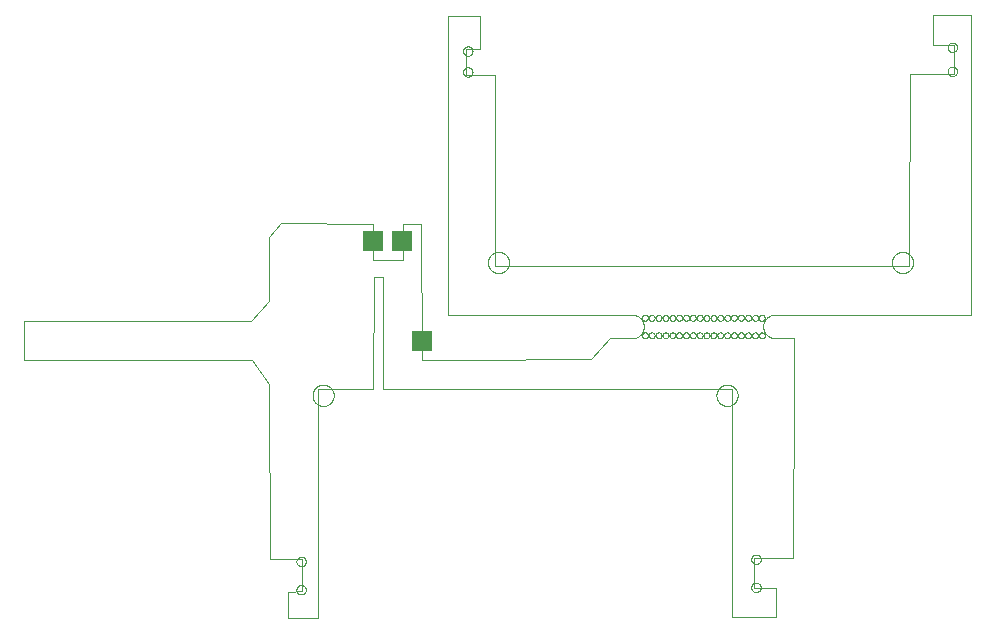
<source format=gbl>
G75*
%MOIN*%
%OFA0B0*%
%FSLAX25Y25*%
%IPPOS*%
%LPD*%
%AMOC8*
5,1,8,0,0,1.08239X$1,22.5*
%
%ADD10C,0.00004*%
%ADD11C,0.00000*%
%ADD12R,0.07087X0.07087*%
D10*
X0083202Y0020583D02*
X0082929Y0078890D01*
X0076986Y0087044D01*
X0001002Y0086874D01*
X0001104Y0100001D01*
X0057883Y0099830D01*
X0076830Y0099977D01*
X0082822Y0106478D01*
X0082821Y0106477D02*
X0082847Y0127998D01*
X0086616Y0132487D01*
X0117286Y0132430D01*
X0117286Y0120173D01*
X0127589Y0120173D01*
X0127589Y0132178D01*
X0133527Y0132182D01*
X0133615Y0087052D01*
X0145636Y0087052D01*
X0145628Y0087052D02*
X0190098Y0087145D01*
X0196507Y0094247D01*
X0196508Y0094248D02*
X0203733Y0094192D01*
X0203722Y0094193D02*
X0203847Y0094194D01*
X0203972Y0094198D01*
X0204096Y0094206D01*
X0204220Y0094218D01*
X0204344Y0094234D01*
X0204467Y0094254D01*
X0204590Y0094278D01*
X0204712Y0094306D01*
X0204832Y0094337D01*
X0204952Y0094373D01*
X0205071Y0094412D01*
X0205188Y0094455D01*
X0205304Y0094502D01*
X0205418Y0094552D01*
X0205530Y0094606D01*
X0205641Y0094663D01*
X0205750Y0094724D01*
X0205857Y0094789D01*
X0205962Y0094856D01*
X0206065Y0094927D01*
X0206165Y0095002D01*
X0206263Y0095079D01*
X0206359Y0095159D01*
X0206451Y0095243D01*
X0206542Y0095329D01*
X0206629Y0095418D01*
X0206713Y0095510D01*
X0206795Y0095605D01*
X0206873Y0095702D01*
X0206949Y0095801D01*
X0207021Y0095903D01*
X0207090Y0096007D01*
X0207156Y0096113D01*
X0207218Y0096222D01*
X0207276Y0096332D01*
X0207332Y0096444D01*
X0207383Y0096557D01*
X0207431Y0096673D01*
X0207476Y0096789D01*
X0207516Y0096907D01*
X0207553Y0097027D01*
X0207586Y0097147D01*
X0207615Y0097268D01*
X0207640Y0097391D01*
X0207662Y0097514D01*
X0207679Y0097637D01*
X0207693Y0097761D01*
X0207703Y0097886D01*
X0207708Y0098011D01*
X0207710Y0098135D01*
X0207708Y0098260D01*
X0207702Y0098385D01*
X0207691Y0098509D01*
X0207677Y0098633D01*
X0207659Y0098757D01*
X0207637Y0098880D01*
X0207611Y0099002D01*
X0207582Y0099123D01*
X0207548Y0099243D01*
X0207511Y0099362D01*
X0207470Y0099480D01*
X0207425Y0099597D01*
X0207377Y0099712D01*
X0207325Y0099825D01*
X0207269Y0099937D01*
X0207210Y0100047D01*
X0207147Y0100155D01*
X0207081Y0100261D01*
X0207012Y0100365D01*
X0206939Y0100466D01*
X0206863Y0100565D01*
X0206784Y0100662D01*
X0206702Y0100756D01*
X0206617Y0100848D01*
X0206530Y0100937D01*
X0206439Y0101023D01*
X0206346Y0101106D01*
X0206250Y0101186D01*
X0206152Y0101263D01*
X0206051Y0101336D01*
X0205948Y0101407D01*
X0205843Y0101474D01*
X0205736Y0101538D01*
X0205627Y0101599D01*
X0205515Y0101656D01*
X0205403Y0101709D01*
X0205288Y0101759D01*
X0205172Y0101805D01*
X0205055Y0101847D01*
X0204936Y0101886D01*
X0204816Y0101921D01*
X0204695Y0101952D01*
X0204574Y0101979D01*
X0204451Y0102003D01*
X0204328Y0102022D01*
X0204204Y0102038D01*
X0204079Y0102049D01*
X0203955Y0102057D01*
X0203830Y0102061D01*
X0203829Y0102061D02*
X0196604Y0102117D01*
X0196568Y0102134D02*
X0142406Y0101948D01*
X0142406Y0125596D01*
X0142406Y0125595D02*
X0142385Y0184594D01*
X0142386Y0184588D02*
X0142386Y0201767D01*
X0153159Y0201767D01*
X0153041Y0190643D01*
X0148398Y0190525D01*
X0148516Y0181988D01*
X0158152Y0182106D01*
X0158154Y0182107D02*
X0158154Y0123176D01*
X0158153Y0123173D02*
X0158155Y0118265D01*
X0296118Y0118192D01*
X0296118Y0123717D01*
X0296119Y0123709D02*
X0296275Y0182335D01*
X0296277Y0182334D02*
X0311137Y0182319D01*
X0311162Y0191943D01*
X0304131Y0191959D01*
X0303989Y0201995D01*
X0316758Y0202023D01*
X0316763Y0202021D02*
X0316710Y0125987D01*
X0316710Y0125994D02*
X0316712Y0102071D01*
X0296116Y0102005D01*
X0254636Y0102060D01*
X0254643Y0102059D02*
X0251257Y0102059D01*
X0251263Y0102061D02*
X0251139Y0102054D01*
X0251016Y0102044D01*
X0250892Y0102030D01*
X0250770Y0102012D01*
X0250648Y0101990D01*
X0250527Y0101965D01*
X0250406Y0101935D01*
X0250287Y0101902D01*
X0250169Y0101864D01*
X0250052Y0101824D01*
X0249936Y0101779D01*
X0249822Y0101731D01*
X0249709Y0101679D01*
X0249598Y0101624D01*
X0249489Y0101565D01*
X0249382Y0101503D01*
X0249277Y0101437D01*
X0249174Y0101368D01*
X0249073Y0101296D01*
X0248975Y0101220D01*
X0248879Y0101142D01*
X0248785Y0101061D01*
X0248694Y0100976D01*
X0248606Y0100889D01*
X0248521Y0100799D01*
X0248439Y0100706D01*
X0248359Y0100611D01*
X0248283Y0100514D01*
X0248210Y0100414D01*
X0248140Y0100311D01*
X0248073Y0100207D01*
X0248010Y0100100D01*
X0247950Y0099992D01*
X0247893Y0099882D01*
X0247840Y0099769D01*
X0247791Y0099656D01*
X0247745Y0099541D01*
X0247703Y0099424D01*
X0247665Y0099306D01*
X0247630Y0099187D01*
X0247599Y0099067D01*
X0247573Y0098946D01*
X0247549Y0098824D01*
X0247530Y0098702D01*
X0247515Y0098579D01*
X0247503Y0098455D01*
X0247496Y0098332D01*
X0247492Y0098208D01*
X0247493Y0098084D01*
X0247497Y0097960D01*
X0247505Y0097836D01*
X0247517Y0097713D01*
X0247533Y0097590D01*
X0247553Y0097468D01*
X0247577Y0097346D01*
X0247605Y0097225D01*
X0247636Y0097105D01*
X0247671Y0096987D01*
X0247710Y0096869D01*
X0247753Y0096753D01*
X0247800Y0096638D01*
X0247850Y0096524D01*
X0247903Y0096412D01*
X0247960Y0096302D01*
X0248021Y0096194D01*
X0248085Y0096088D01*
X0248152Y0095984D01*
X0248223Y0095882D01*
X0248297Y0095783D01*
X0248373Y0095685D01*
X0248453Y0095591D01*
X0248536Y0095499D01*
X0248622Y0095409D01*
X0248711Y0095322D01*
X0248802Y0095239D01*
X0248896Y0095158D01*
X0248992Y0095080D01*
X0249091Y0095005D01*
X0249192Y0094933D01*
X0249296Y0094865D01*
X0249401Y0094800D01*
X0249509Y0094738D01*
X0249618Y0094680D01*
X0249729Y0094625D01*
X0249842Y0094574D01*
X0249957Y0094527D01*
X0250073Y0094483D01*
X0250190Y0094443D01*
X0250308Y0094406D01*
X0250428Y0094373D01*
X0250548Y0094345D01*
X0250670Y0094319D01*
X0250792Y0094298D01*
X0250915Y0094281D01*
X0251038Y0094268D01*
X0251161Y0094258D01*
X0251285Y0094253D01*
X0251409Y0094251D01*
X0251533Y0094253D01*
X0251521Y0094254D02*
X0257655Y0094249D01*
X0257706Y0079975D01*
X0257703Y0079986D02*
X0257429Y0020926D01*
X0257427Y0020927D02*
X0244592Y0020943D01*
X0244592Y0011089D01*
X0251623Y0011073D01*
X0251623Y0001463D01*
X0236945Y0001293D01*
X0236941Y0001295D02*
X0236993Y0077329D01*
X0120608Y0077334D01*
X0120711Y0114690D01*
X0117694Y0114722D01*
X0117591Y0077373D01*
X0117313Y0077373D01*
X0099266Y0077292D01*
X0099089Y0018293D01*
X0099088Y0018299D02*
X0099088Y0001120D01*
X0089221Y0001002D01*
X0089221Y0009761D01*
X0093864Y0009879D01*
X0093864Y0020584D01*
X0083205Y0020584D01*
D11*
X0091901Y0019802D02*
X0091903Y0019881D01*
X0091909Y0019960D01*
X0091919Y0020039D01*
X0091933Y0020117D01*
X0091950Y0020194D01*
X0091972Y0020270D01*
X0091997Y0020345D01*
X0092027Y0020418D01*
X0092059Y0020490D01*
X0092096Y0020561D01*
X0092136Y0020629D01*
X0092179Y0020695D01*
X0092225Y0020759D01*
X0092275Y0020821D01*
X0092328Y0020880D01*
X0092383Y0020936D01*
X0092442Y0020990D01*
X0092503Y0021040D01*
X0092566Y0021088D01*
X0092632Y0021132D01*
X0092700Y0021173D01*
X0092770Y0021210D01*
X0092841Y0021244D01*
X0092915Y0021274D01*
X0092989Y0021300D01*
X0093065Y0021322D01*
X0093142Y0021341D01*
X0093220Y0021356D01*
X0093298Y0021367D01*
X0093377Y0021374D01*
X0093456Y0021377D01*
X0093535Y0021376D01*
X0093614Y0021371D01*
X0093693Y0021362D01*
X0093771Y0021349D01*
X0093848Y0021332D01*
X0093925Y0021312D01*
X0094000Y0021287D01*
X0094074Y0021259D01*
X0094147Y0021227D01*
X0094217Y0021192D01*
X0094286Y0021153D01*
X0094353Y0021110D01*
X0094418Y0021064D01*
X0094480Y0021016D01*
X0094540Y0020964D01*
X0094597Y0020909D01*
X0094651Y0020851D01*
X0094702Y0020791D01*
X0094750Y0020728D01*
X0094795Y0020663D01*
X0094837Y0020595D01*
X0094875Y0020526D01*
X0094909Y0020455D01*
X0094940Y0020382D01*
X0094968Y0020307D01*
X0094991Y0020232D01*
X0095011Y0020155D01*
X0095027Y0020078D01*
X0095039Y0019999D01*
X0095047Y0019921D01*
X0095051Y0019842D01*
X0095051Y0019762D01*
X0095047Y0019683D01*
X0095039Y0019605D01*
X0095027Y0019526D01*
X0095011Y0019449D01*
X0094991Y0019372D01*
X0094968Y0019297D01*
X0094940Y0019222D01*
X0094909Y0019149D01*
X0094875Y0019078D01*
X0094837Y0019009D01*
X0094795Y0018941D01*
X0094750Y0018876D01*
X0094702Y0018813D01*
X0094651Y0018753D01*
X0094597Y0018695D01*
X0094540Y0018640D01*
X0094480Y0018588D01*
X0094418Y0018540D01*
X0094353Y0018494D01*
X0094286Y0018451D01*
X0094217Y0018412D01*
X0094147Y0018377D01*
X0094074Y0018345D01*
X0094000Y0018317D01*
X0093925Y0018292D01*
X0093848Y0018272D01*
X0093771Y0018255D01*
X0093693Y0018242D01*
X0093614Y0018233D01*
X0093535Y0018228D01*
X0093456Y0018227D01*
X0093377Y0018230D01*
X0093298Y0018237D01*
X0093220Y0018248D01*
X0093142Y0018263D01*
X0093065Y0018282D01*
X0092989Y0018304D01*
X0092915Y0018330D01*
X0092841Y0018360D01*
X0092770Y0018394D01*
X0092700Y0018431D01*
X0092632Y0018472D01*
X0092566Y0018516D01*
X0092503Y0018564D01*
X0092442Y0018614D01*
X0092383Y0018668D01*
X0092328Y0018724D01*
X0092275Y0018783D01*
X0092225Y0018845D01*
X0092179Y0018909D01*
X0092136Y0018975D01*
X0092096Y0019043D01*
X0092059Y0019114D01*
X0092027Y0019186D01*
X0091997Y0019259D01*
X0091972Y0019334D01*
X0091950Y0019410D01*
X0091933Y0019487D01*
X0091919Y0019565D01*
X0091909Y0019644D01*
X0091903Y0019723D01*
X0091901Y0019802D01*
X0091901Y0010404D02*
X0091903Y0010483D01*
X0091909Y0010562D01*
X0091919Y0010641D01*
X0091933Y0010719D01*
X0091950Y0010796D01*
X0091972Y0010872D01*
X0091997Y0010947D01*
X0092027Y0011020D01*
X0092059Y0011092D01*
X0092096Y0011163D01*
X0092136Y0011231D01*
X0092179Y0011297D01*
X0092225Y0011361D01*
X0092275Y0011423D01*
X0092328Y0011482D01*
X0092383Y0011538D01*
X0092442Y0011592D01*
X0092503Y0011642D01*
X0092566Y0011690D01*
X0092632Y0011734D01*
X0092700Y0011775D01*
X0092770Y0011812D01*
X0092841Y0011846D01*
X0092915Y0011876D01*
X0092989Y0011902D01*
X0093065Y0011924D01*
X0093142Y0011943D01*
X0093220Y0011958D01*
X0093298Y0011969D01*
X0093377Y0011976D01*
X0093456Y0011979D01*
X0093535Y0011978D01*
X0093614Y0011973D01*
X0093693Y0011964D01*
X0093771Y0011951D01*
X0093848Y0011934D01*
X0093925Y0011914D01*
X0094000Y0011889D01*
X0094074Y0011861D01*
X0094147Y0011829D01*
X0094217Y0011794D01*
X0094286Y0011755D01*
X0094353Y0011712D01*
X0094418Y0011666D01*
X0094480Y0011618D01*
X0094540Y0011566D01*
X0094597Y0011511D01*
X0094651Y0011453D01*
X0094702Y0011393D01*
X0094750Y0011330D01*
X0094795Y0011265D01*
X0094837Y0011197D01*
X0094875Y0011128D01*
X0094909Y0011057D01*
X0094940Y0010984D01*
X0094968Y0010909D01*
X0094991Y0010834D01*
X0095011Y0010757D01*
X0095027Y0010680D01*
X0095039Y0010601D01*
X0095047Y0010523D01*
X0095051Y0010444D01*
X0095051Y0010364D01*
X0095047Y0010285D01*
X0095039Y0010207D01*
X0095027Y0010128D01*
X0095011Y0010051D01*
X0094991Y0009974D01*
X0094968Y0009899D01*
X0094940Y0009824D01*
X0094909Y0009751D01*
X0094875Y0009680D01*
X0094837Y0009611D01*
X0094795Y0009543D01*
X0094750Y0009478D01*
X0094702Y0009415D01*
X0094651Y0009355D01*
X0094597Y0009297D01*
X0094540Y0009242D01*
X0094480Y0009190D01*
X0094418Y0009142D01*
X0094353Y0009096D01*
X0094286Y0009053D01*
X0094217Y0009014D01*
X0094147Y0008979D01*
X0094074Y0008947D01*
X0094000Y0008919D01*
X0093925Y0008894D01*
X0093848Y0008874D01*
X0093771Y0008857D01*
X0093693Y0008844D01*
X0093614Y0008835D01*
X0093535Y0008830D01*
X0093456Y0008829D01*
X0093377Y0008832D01*
X0093298Y0008839D01*
X0093220Y0008850D01*
X0093142Y0008865D01*
X0093065Y0008884D01*
X0092989Y0008906D01*
X0092915Y0008932D01*
X0092841Y0008962D01*
X0092770Y0008996D01*
X0092700Y0009033D01*
X0092632Y0009074D01*
X0092566Y0009118D01*
X0092503Y0009166D01*
X0092442Y0009216D01*
X0092383Y0009270D01*
X0092328Y0009326D01*
X0092275Y0009385D01*
X0092225Y0009447D01*
X0092179Y0009511D01*
X0092136Y0009577D01*
X0092096Y0009645D01*
X0092059Y0009716D01*
X0092027Y0009788D01*
X0091997Y0009861D01*
X0091972Y0009936D01*
X0091950Y0010012D01*
X0091933Y0010089D01*
X0091919Y0010167D01*
X0091909Y0010246D01*
X0091903Y0010325D01*
X0091901Y0010404D01*
X0097271Y0075187D02*
X0097273Y0075305D01*
X0097279Y0075424D01*
X0097289Y0075542D01*
X0097303Y0075659D01*
X0097320Y0075776D01*
X0097342Y0075893D01*
X0097368Y0076008D01*
X0097397Y0076123D01*
X0097430Y0076237D01*
X0097467Y0076349D01*
X0097508Y0076460D01*
X0097552Y0076570D01*
X0097600Y0076678D01*
X0097652Y0076785D01*
X0097707Y0076890D01*
X0097766Y0076993D01*
X0097828Y0077093D01*
X0097893Y0077192D01*
X0097962Y0077289D01*
X0098033Y0077383D01*
X0098108Y0077474D01*
X0098186Y0077564D01*
X0098267Y0077650D01*
X0098351Y0077734D01*
X0098437Y0077815D01*
X0098527Y0077893D01*
X0098618Y0077968D01*
X0098712Y0078039D01*
X0098809Y0078108D01*
X0098908Y0078173D01*
X0099008Y0078235D01*
X0099111Y0078294D01*
X0099216Y0078349D01*
X0099323Y0078401D01*
X0099431Y0078449D01*
X0099541Y0078493D01*
X0099652Y0078534D01*
X0099764Y0078571D01*
X0099878Y0078604D01*
X0099993Y0078633D01*
X0100108Y0078659D01*
X0100225Y0078681D01*
X0100342Y0078698D01*
X0100459Y0078712D01*
X0100577Y0078722D01*
X0100696Y0078728D01*
X0100814Y0078730D01*
X0100932Y0078728D01*
X0101051Y0078722D01*
X0101169Y0078712D01*
X0101286Y0078698D01*
X0101403Y0078681D01*
X0101520Y0078659D01*
X0101635Y0078633D01*
X0101750Y0078604D01*
X0101864Y0078571D01*
X0101976Y0078534D01*
X0102087Y0078493D01*
X0102197Y0078449D01*
X0102305Y0078401D01*
X0102412Y0078349D01*
X0102517Y0078294D01*
X0102620Y0078235D01*
X0102720Y0078173D01*
X0102819Y0078108D01*
X0102916Y0078039D01*
X0103010Y0077968D01*
X0103101Y0077893D01*
X0103191Y0077815D01*
X0103277Y0077734D01*
X0103361Y0077650D01*
X0103442Y0077564D01*
X0103520Y0077474D01*
X0103595Y0077383D01*
X0103666Y0077289D01*
X0103735Y0077192D01*
X0103800Y0077093D01*
X0103862Y0076993D01*
X0103921Y0076890D01*
X0103976Y0076785D01*
X0104028Y0076678D01*
X0104076Y0076570D01*
X0104120Y0076460D01*
X0104161Y0076349D01*
X0104198Y0076237D01*
X0104231Y0076123D01*
X0104260Y0076008D01*
X0104286Y0075893D01*
X0104308Y0075776D01*
X0104325Y0075659D01*
X0104339Y0075542D01*
X0104349Y0075424D01*
X0104355Y0075305D01*
X0104357Y0075187D01*
X0104355Y0075069D01*
X0104349Y0074950D01*
X0104339Y0074832D01*
X0104325Y0074715D01*
X0104308Y0074598D01*
X0104286Y0074481D01*
X0104260Y0074366D01*
X0104231Y0074251D01*
X0104198Y0074137D01*
X0104161Y0074025D01*
X0104120Y0073914D01*
X0104076Y0073804D01*
X0104028Y0073696D01*
X0103976Y0073589D01*
X0103921Y0073484D01*
X0103862Y0073381D01*
X0103800Y0073281D01*
X0103735Y0073182D01*
X0103666Y0073085D01*
X0103595Y0072991D01*
X0103520Y0072900D01*
X0103442Y0072810D01*
X0103361Y0072724D01*
X0103277Y0072640D01*
X0103191Y0072559D01*
X0103101Y0072481D01*
X0103010Y0072406D01*
X0102916Y0072335D01*
X0102819Y0072266D01*
X0102720Y0072201D01*
X0102620Y0072139D01*
X0102517Y0072080D01*
X0102412Y0072025D01*
X0102305Y0071973D01*
X0102197Y0071925D01*
X0102087Y0071881D01*
X0101976Y0071840D01*
X0101864Y0071803D01*
X0101750Y0071770D01*
X0101635Y0071741D01*
X0101520Y0071715D01*
X0101403Y0071693D01*
X0101286Y0071676D01*
X0101169Y0071662D01*
X0101051Y0071652D01*
X0100932Y0071646D01*
X0100814Y0071644D01*
X0100696Y0071646D01*
X0100577Y0071652D01*
X0100459Y0071662D01*
X0100342Y0071676D01*
X0100225Y0071693D01*
X0100108Y0071715D01*
X0099993Y0071741D01*
X0099878Y0071770D01*
X0099764Y0071803D01*
X0099652Y0071840D01*
X0099541Y0071881D01*
X0099431Y0071925D01*
X0099323Y0071973D01*
X0099216Y0072025D01*
X0099111Y0072080D01*
X0099008Y0072139D01*
X0098908Y0072201D01*
X0098809Y0072266D01*
X0098712Y0072335D01*
X0098618Y0072406D01*
X0098527Y0072481D01*
X0098437Y0072559D01*
X0098351Y0072640D01*
X0098267Y0072724D01*
X0098186Y0072810D01*
X0098108Y0072900D01*
X0098033Y0072991D01*
X0097962Y0073085D01*
X0097893Y0073182D01*
X0097828Y0073281D01*
X0097766Y0073381D01*
X0097707Y0073484D01*
X0097652Y0073589D01*
X0097600Y0073696D01*
X0097552Y0073804D01*
X0097508Y0073914D01*
X0097467Y0074025D01*
X0097430Y0074137D01*
X0097397Y0074251D01*
X0097368Y0074366D01*
X0097342Y0074481D01*
X0097320Y0074598D01*
X0097303Y0074715D01*
X0097289Y0074832D01*
X0097279Y0074950D01*
X0097273Y0075069D01*
X0097271Y0075187D01*
X0155735Y0119478D02*
X0155737Y0119596D01*
X0155743Y0119715D01*
X0155753Y0119833D01*
X0155767Y0119950D01*
X0155784Y0120067D01*
X0155806Y0120184D01*
X0155832Y0120299D01*
X0155861Y0120414D01*
X0155894Y0120528D01*
X0155931Y0120640D01*
X0155972Y0120751D01*
X0156016Y0120861D01*
X0156064Y0120969D01*
X0156116Y0121076D01*
X0156171Y0121181D01*
X0156230Y0121284D01*
X0156292Y0121384D01*
X0156357Y0121483D01*
X0156426Y0121580D01*
X0156497Y0121674D01*
X0156572Y0121765D01*
X0156650Y0121855D01*
X0156731Y0121941D01*
X0156815Y0122025D01*
X0156901Y0122106D01*
X0156991Y0122184D01*
X0157082Y0122259D01*
X0157176Y0122330D01*
X0157273Y0122399D01*
X0157372Y0122464D01*
X0157472Y0122526D01*
X0157575Y0122585D01*
X0157680Y0122640D01*
X0157787Y0122692D01*
X0157895Y0122740D01*
X0158005Y0122784D01*
X0158116Y0122825D01*
X0158228Y0122862D01*
X0158342Y0122895D01*
X0158457Y0122924D01*
X0158572Y0122950D01*
X0158689Y0122972D01*
X0158806Y0122989D01*
X0158923Y0123003D01*
X0159041Y0123013D01*
X0159160Y0123019D01*
X0159278Y0123021D01*
X0159396Y0123019D01*
X0159515Y0123013D01*
X0159633Y0123003D01*
X0159750Y0122989D01*
X0159867Y0122972D01*
X0159984Y0122950D01*
X0160099Y0122924D01*
X0160214Y0122895D01*
X0160328Y0122862D01*
X0160440Y0122825D01*
X0160551Y0122784D01*
X0160661Y0122740D01*
X0160769Y0122692D01*
X0160876Y0122640D01*
X0160981Y0122585D01*
X0161084Y0122526D01*
X0161184Y0122464D01*
X0161283Y0122399D01*
X0161380Y0122330D01*
X0161474Y0122259D01*
X0161565Y0122184D01*
X0161655Y0122106D01*
X0161741Y0122025D01*
X0161825Y0121941D01*
X0161906Y0121855D01*
X0161984Y0121765D01*
X0162059Y0121674D01*
X0162130Y0121580D01*
X0162199Y0121483D01*
X0162264Y0121384D01*
X0162326Y0121284D01*
X0162385Y0121181D01*
X0162440Y0121076D01*
X0162492Y0120969D01*
X0162540Y0120861D01*
X0162584Y0120751D01*
X0162625Y0120640D01*
X0162662Y0120528D01*
X0162695Y0120414D01*
X0162724Y0120299D01*
X0162750Y0120184D01*
X0162772Y0120067D01*
X0162789Y0119950D01*
X0162803Y0119833D01*
X0162813Y0119715D01*
X0162819Y0119596D01*
X0162821Y0119478D01*
X0162819Y0119360D01*
X0162813Y0119241D01*
X0162803Y0119123D01*
X0162789Y0119006D01*
X0162772Y0118889D01*
X0162750Y0118772D01*
X0162724Y0118657D01*
X0162695Y0118542D01*
X0162662Y0118428D01*
X0162625Y0118316D01*
X0162584Y0118205D01*
X0162540Y0118095D01*
X0162492Y0117987D01*
X0162440Y0117880D01*
X0162385Y0117775D01*
X0162326Y0117672D01*
X0162264Y0117572D01*
X0162199Y0117473D01*
X0162130Y0117376D01*
X0162059Y0117282D01*
X0161984Y0117191D01*
X0161906Y0117101D01*
X0161825Y0117015D01*
X0161741Y0116931D01*
X0161655Y0116850D01*
X0161565Y0116772D01*
X0161474Y0116697D01*
X0161380Y0116626D01*
X0161283Y0116557D01*
X0161184Y0116492D01*
X0161084Y0116430D01*
X0160981Y0116371D01*
X0160876Y0116316D01*
X0160769Y0116264D01*
X0160661Y0116216D01*
X0160551Y0116172D01*
X0160440Y0116131D01*
X0160328Y0116094D01*
X0160214Y0116061D01*
X0160099Y0116032D01*
X0159984Y0116006D01*
X0159867Y0115984D01*
X0159750Y0115967D01*
X0159633Y0115953D01*
X0159515Y0115943D01*
X0159396Y0115937D01*
X0159278Y0115935D01*
X0159160Y0115937D01*
X0159041Y0115943D01*
X0158923Y0115953D01*
X0158806Y0115967D01*
X0158689Y0115984D01*
X0158572Y0116006D01*
X0158457Y0116032D01*
X0158342Y0116061D01*
X0158228Y0116094D01*
X0158116Y0116131D01*
X0158005Y0116172D01*
X0157895Y0116216D01*
X0157787Y0116264D01*
X0157680Y0116316D01*
X0157575Y0116371D01*
X0157472Y0116430D01*
X0157372Y0116492D01*
X0157273Y0116557D01*
X0157176Y0116626D01*
X0157082Y0116697D01*
X0156991Y0116772D01*
X0156901Y0116850D01*
X0156815Y0116931D01*
X0156731Y0117015D01*
X0156650Y0117101D01*
X0156572Y0117191D01*
X0156497Y0117282D01*
X0156426Y0117376D01*
X0156357Y0117473D01*
X0156292Y0117572D01*
X0156230Y0117672D01*
X0156171Y0117775D01*
X0156116Y0117880D01*
X0156064Y0117987D01*
X0156016Y0118095D01*
X0155972Y0118205D01*
X0155931Y0118316D01*
X0155894Y0118428D01*
X0155861Y0118542D01*
X0155832Y0118657D01*
X0155806Y0118772D01*
X0155784Y0118889D01*
X0155767Y0119006D01*
X0155753Y0119123D01*
X0155743Y0119241D01*
X0155737Y0119360D01*
X0155735Y0119478D01*
X0207091Y0101027D02*
X0207093Y0101089D01*
X0207099Y0101152D01*
X0207109Y0101213D01*
X0207123Y0101274D01*
X0207140Y0101334D01*
X0207161Y0101393D01*
X0207187Y0101450D01*
X0207215Y0101505D01*
X0207247Y0101559D01*
X0207283Y0101610D01*
X0207321Y0101660D01*
X0207363Y0101706D01*
X0207407Y0101750D01*
X0207455Y0101791D01*
X0207504Y0101829D01*
X0207556Y0101863D01*
X0207610Y0101894D01*
X0207666Y0101922D01*
X0207724Y0101946D01*
X0207783Y0101967D01*
X0207843Y0101983D01*
X0207904Y0101996D01*
X0207966Y0102005D01*
X0208028Y0102010D01*
X0208091Y0102011D01*
X0208153Y0102008D01*
X0208215Y0102001D01*
X0208277Y0101990D01*
X0208337Y0101975D01*
X0208397Y0101957D01*
X0208455Y0101935D01*
X0208512Y0101909D01*
X0208567Y0101879D01*
X0208620Y0101846D01*
X0208671Y0101810D01*
X0208719Y0101771D01*
X0208765Y0101728D01*
X0208808Y0101683D01*
X0208848Y0101635D01*
X0208885Y0101585D01*
X0208919Y0101532D01*
X0208950Y0101478D01*
X0208976Y0101422D01*
X0209000Y0101364D01*
X0209019Y0101304D01*
X0209035Y0101244D01*
X0209047Y0101182D01*
X0209055Y0101121D01*
X0209059Y0101058D01*
X0209059Y0100996D01*
X0209055Y0100933D01*
X0209047Y0100872D01*
X0209035Y0100810D01*
X0209019Y0100750D01*
X0209000Y0100690D01*
X0208976Y0100632D01*
X0208950Y0100576D01*
X0208919Y0100522D01*
X0208885Y0100469D01*
X0208848Y0100419D01*
X0208808Y0100371D01*
X0208765Y0100326D01*
X0208719Y0100283D01*
X0208671Y0100244D01*
X0208620Y0100208D01*
X0208567Y0100175D01*
X0208512Y0100145D01*
X0208455Y0100119D01*
X0208397Y0100097D01*
X0208337Y0100079D01*
X0208277Y0100064D01*
X0208215Y0100053D01*
X0208153Y0100046D01*
X0208091Y0100043D01*
X0208028Y0100044D01*
X0207966Y0100049D01*
X0207904Y0100058D01*
X0207843Y0100071D01*
X0207783Y0100087D01*
X0207724Y0100108D01*
X0207666Y0100132D01*
X0207610Y0100160D01*
X0207556Y0100191D01*
X0207504Y0100225D01*
X0207455Y0100263D01*
X0207407Y0100304D01*
X0207363Y0100348D01*
X0207321Y0100394D01*
X0207283Y0100444D01*
X0207247Y0100495D01*
X0207215Y0100549D01*
X0207187Y0100604D01*
X0207161Y0100661D01*
X0207140Y0100720D01*
X0207123Y0100780D01*
X0207109Y0100841D01*
X0207099Y0100902D01*
X0207093Y0100965D01*
X0207091Y0101027D01*
X0209342Y0101027D02*
X0209344Y0101089D01*
X0209350Y0101152D01*
X0209360Y0101213D01*
X0209374Y0101274D01*
X0209391Y0101334D01*
X0209412Y0101393D01*
X0209438Y0101450D01*
X0209466Y0101505D01*
X0209498Y0101559D01*
X0209534Y0101610D01*
X0209572Y0101660D01*
X0209614Y0101706D01*
X0209658Y0101750D01*
X0209706Y0101791D01*
X0209755Y0101829D01*
X0209807Y0101863D01*
X0209861Y0101894D01*
X0209917Y0101922D01*
X0209975Y0101946D01*
X0210034Y0101967D01*
X0210094Y0101983D01*
X0210155Y0101996D01*
X0210217Y0102005D01*
X0210279Y0102010D01*
X0210342Y0102011D01*
X0210404Y0102008D01*
X0210466Y0102001D01*
X0210528Y0101990D01*
X0210588Y0101975D01*
X0210648Y0101957D01*
X0210706Y0101935D01*
X0210763Y0101909D01*
X0210818Y0101879D01*
X0210871Y0101846D01*
X0210922Y0101810D01*
X0210970Y0101771D01*
X0211016Y0101728D01*
X0211059Y0101683D01*
X0211099Y0101635D01*
X0211136Y0101585D01*
X0211170Y0101532D01*
X0211201Y0101478D01*
X0211227Y0101422D01*
X0211251Y0101364D01*
X0211270Y0101304D01*
X0211286Y0101244D01*
X0211298Y0101182D01*
X0211306Y0101121D01*
X0211310Y0101058D01*
X0211310Y0100996D01*
X0211306Y0100933D01*
X0211298Y0100872D01*
X0211286Y0100810D01*
X0211270Y0100750D01*
X0211251Y0100690D01*
X0211227Y0100632D01*
X0211201Y0100576D01*
X0211170Y0100522D01*
X0211136Y0100469D01*
X0211099Y0100419D01*
X0211059Y0100371D01*
X0211016Y0100326D01*
X0210970Y0100283D01*
X0210922Y0100244D01*
X0210871Y0100208D01*
X0210818Y0100175D01*
X0210763Y0100145D01*
X0210706Y0100119D01*
X0210648Y0100097D01*
X0210588Y0100079D01*
X0210528Y0100064D01*
X0210466Y0100053D01*
X0210404Y0100046D01*
X0210342Y0100043D01*
X0210279Y0100044D01*
X0210217Y0100049D01*
X0210155Y0100058D01*
X0210094Y0100071D01*
X0210034Y0100087D01*
X0209975Y0100108D01*
X0209917Y0100132D01*
X0209861Y0100160D01*
X0209807Y0100191D01*
X0209755Y0100225D01*
X0209706Y0100263D01*
X0209658Y0100304D01*
X0209614Y0100348D01*
X0209572Y0100394D01*
X0209534Y0100444D01*
X0209498Y0100495D01*
X0209466Y0100549D01*
X0209438Y0100604D01*
X0209412Y0100661D01*
X0209391Y0100720D01*
X0209374Y0100780D01*
X0209360Y0100841D01*
X0209350Y0100902D01*
X0209344Y0100965D01*
X0209342Y0101027D01*
X0211659Y0101027D02*
X0211661Y0101089D01*
X0211667Y0101152D01*
X0211677Y0101213D01*
X0211691Y0101274D01*
X0211708Y0101334D01*
X0211729Y0101393D01*
X0211755Y0101450D01*
X0211783Y0101505D01*
X0211815Y0101559D01*
X0211851Y0101610D01*
X0211889Y0101660D01*
X0211931Y0101706D01*
X0211975Y0101750D01*
X0212023Y0101791D01*
X0212072Y0101829D01*
X0212124Y0101863D01*
X0212178Y0101894D01*
X0212234Y0101922D01*
X0212292Y0101946D01*
X0212351Y0101967D01*
X0212411Y0101983D01*
X0212472Y0101996D01*
X0212534Y0102005D01*
X0212596Y0102010D01*
X0212659Y0102011D01*
X0212721Y0102008D01*
X0212783Y0102001D01*
X0212845Y0101990D01*
X0212905Y0101975D01*
X0212965Y0101957D01*
X0213023Y0101935D01*
X0213080Y0101909D01*
X0213135Y0101879D01*
X0213188Y0101846D01*
X0213239Y0101810D01*
X0213287Y0101771D01*
X0213333Y0101728D01*
X0213376Y0101683D01*
X0213416Y0101635D01*
X0213453Y0101585D01*
X0213487Y0101532D01*
X0213518Y0101478D01*
X0213544Y0101422D01*
X0213568Y0101364D01*
X0213587Y0101304D01*
X0213603Y0101244D01*
X0213615Y0101182D01*
X0213623Y0101121D01*
X0213627Y0101058D01*
X0213627Y0100996D01*
X0213623Y0100933D01*
X0213615Y0100872D01*
X0213603Y0100810D01*
X0213587Y0100750D01*
X0213568Y0100690D01*
X0213544Y0100632D01*
X0213518Y0100576D01*
X0213487Y0100522D01*
X0213453Y0100469D01*
X0213416Y0100419D01*
X0213376Y0100371D01*
X0213333Y0100326D01*
X0213287Y0100283D01*
X0213239Y0100244D01*
X0213188Y0100208D01*
X0213135Y0100175D01*
X0213080Y0100145D01*
X0213023Y0100119D01*
X0212965Y0100097D01*
X0212905Y0100079D01*
X0212845Y0100064D01*
X0212783Y0100053D01*
X0212721Y0100046D01*
X0212659Y0100043D01*
X0212596Y0100044D01*
X0212534Y0100049D01*
X0212472Y0100058D01*
X0212411Y0100071D01*
X0212351Y0100087D01*
X0212292Y0100108D01*
X0212234Y0100132D01*
X0212178Y0100160D01*
X0212124Y0100191D01*
X0212072Y0100225D01*
X0212023Y0100263D01*
X0211975Y0100304D01*
X0211931Y0100348D01*
X0211889Y0100394D01*
X0211851Y0100444D01*
X0211815Y0100495D01*
X0211783Y0100549D01*
X0211755Y0100604D01*
X0211729Y0100661D01*
X0211708Y0100720D01*
X0211691Y0100780D01*
X0211677Y0100841D01*
X0211667Y0100902D01*
X0211661Y0100965D01*
X0211659Y0101027D01*
X0213936Y0101027D02*
X0213938Y0101089D01*
X0213944Y0101152D01*
X0213954Y0101213D01*
X0213968Y0101274D01*
X0213985Y0101334D01*
X0214006Y0101393D01*
X0214032Y0101450D01*
X0214060Y0101505D01*
X0214092Y0101559D01*
X0214128Y0101610D01*
X0214166Y0101660D01*
X0214208Y0101706D01*
X0214252Y0101750D01*
X0214300Y0101791D01*
X0214349Y0101829D01*
X0214401Y0101863D01*
X0214455Y0101894D01*
X0214511Y0101922D01*
X0214569Y0101946D01*
X0214628Y0101967D01*
X0214688Y0101983D01*
X0214749Y0101996D01*
X0214811Y0102005D01*
X0214873Y0102010D01*
X0214936Y0102011D01*
X0214998Y0102008D01*
X0215060Y0102001D01*
X0215122Y0101990D01*
X0215182Y0101975D01*
X0215242Y0101957D01*
X0215300Y0101935D01*
X0215357Y0101909D01*
X0215412Y0101879D01*
X0215465Y0101846D01*
X0215516Y0101810D01*
X0215564Y0101771D01*
X0215610Y0101728D01*
X0215653Y0101683D01*
X0215693Y0101635D01*
X0215730Y0101585D01*
X0215764Y0101532D01*
X0215795Y0101478D01*
X0215821Y0101422D01*
X0215845Y0101364D01*
X0215864Y0101304D01*
X0215880Y0101244D01*
X0215892Y0101182D01*
X0215900Y0101121D01*
X0215904Y0101058D01*
X0215904Y0100996D01*
X0215900Y0100933D01*
X0215892Y0100872D01*
X0215880Y0100810D01*
X0215864Y0100750D01*
X0215845Y0100690D01*
X0215821Y0100632D01*
X0215795Y0100576D01*
X0215764Y0100522D01*
X0215730Y0100469D01*
X0215693Y0100419D01*
X0215653Y0100371D01*
X0215610Y0100326D01*
X0215564Y0100283D01*
X0215516Y0100244D01*
X0215465Y0100208D01*
X0215412Y0100175D01*
X0215357Y0100145D01*
X0215300Y0100119D01*
X0215242Y0100097D01*
X0215182Y0100079D01*
X0215122Y0100064D01*
X0215060Y0100053D01*
X0214998Y0100046D01*
X0214936Y0100043D01*
X0214873Y0100044D01*
X0214811Y0100049D01*
X0214749Y0100058D01*
X0214688Y0100071D01*
X0214628Y0100087D01*
X0214569Y0100108D01*
X0214511Y0100132D01*
X0214455Y0100160D01*
X0214401Y0100191D01*
X0214349Y0100225D01*
X0214300Y0100263D01*
X0214252Y0100304D01*
X0214208Y0100348D01*
X0214166Y0100394D01*
X0214128Y0100444D01*
X0214092Y0100495D01*
X0214060Y0100549D01*
X0214032Y0100604D01*
X0214006Y0100661D01*
X0213985Y0100720D01*
X0213968Y0100780D01*
X0213954Y0100841D01*
X0213944Y0100902D01*
X0213938Y0100965D01*
X0213936Y0101027D01*
X0216253Y0101027D02*
X0216255Y0101089D01*
X0216261Y0101152D01*
X0216271Y0101213D01*
X0216285Y0101274D01*
X0216302Y0101334D01*
X0216323Y0101393D01*
X0216349Y0101450D01*
X0216377Y0101505D01*
X0216409Y0101559D01*
X0216445Y0101610D01*
X0216483Y0101660D01*
X0216525Y0101706D01*
X0216569Y0101750D01*
X0216617Y0101791D01*
X0216666Y0101829D01*
X0216718Y0101863D01*
X0216772Y0101894D01*
X0216828Y0101922D01*
X0216886Y0101946D01*
X0216945Y0101967D01*
X0217005Y0101983D01*
X0217066Y0101996D01*
X0217128Y0102005D01*
X0217190Y0102010D01*
X0217253Y0102011D01*
X0217315Y0102008D01*
X0217377Y0102001D01*
X0217439Y0101990D01*
X0217499Y0101975D01*
X0217559Y0101957D01*
X0217617Y0101935D01*
X0217674Y0101909D01*
X0217729Y0101879D01*
X0217782Y0101846D01*
X0217833Y0101810D01*
X0217881Y0101771D01*
X0217927Y0101728D01*
X0217970Y0101683D01*
X0218010Y0101635D01*
X0218047Y0101585D01*
X0218081Y0101532D01*
X0218112Y0101478D01*
X0218138Y0101422D01*
X0218162Y0101364D01*
X0218181Y0101304D01*
X0218197Y0101244D01*
X0218209Y0101182D01*
X0218217Y0101121D01*
X0218221Y0101058D01*
X0218221Y0100996D01*
X0218217Y0100933D01*
X0218209Y0100872D01*
X0218197Y0100810D01*
X0218181Y0100750D01*
X0218162Y0100690D01*
X0218138Y0100632D01*
X0218112Y0100576D01*
X0218081Y0100522D01*
X0218047Y0100469D01*
X0218010Y0100419D01*
X0217970Y0100371D01*
X0217927Y0100326D01*
X0217881Y0100283D01*
X0217833Y0100244D01*
X0217782Y0100208D01*
X0217729Y0100175D01*
X0217674Y0100145D01*
X0217617Y0100119D01*
X0217559Y0100097D01*
X0217499Y0100079D01*
X0217439Y0100064D01*
X0217377Y0100053D01*
X0217315Y0100046D01*
X0217253Y0100043D01*
X0217190Y0100044D01*
X0217128Y0100049D01*
X0217066Y0100058D01*
X0217005Y0100071D01*
X0216945Y0100087D01*
X0216886Y0100108D01*
X0216828Y0100132D01*
X0216772Y0100160D01*
X0216718Y0100191D01*
X0216666Y0100225D01*
X0216617Y0100263D01*
X0216569Y0100304D01*
X0216525Y0100348D01*
X0216483Y0100394D01*
X0216445Y0100444D01*
X0216409Y0100495D01*
X0216377Y0100549D01*
X0216349Y0100604D01*
X0216323Y0100661D01*
X0216302Y0100720D01*
X0216285Y0100780D01*
X0216271Y0100841D01*
X0216261Y0100902D01*
X0216255Y0100965D01*
X0216253Y0101027D01*
X0218504Y0101027D02*
X0218506Y0101089D01*
X0218512Y0101152D01*
X0218522Y0101213D01*
X0218536Y0101274D01*
X0218553Y0101334D01*
X0218574Y0101393D01*
X0218600Y0101450D01*
X0218628Y0101505D01*
X0218660Y0101559D01*
X0218696Y0101610D01*
X0218734Y0101660D01*
X0218776Y0101706D01*
X0218820Y0101750D01*
X0218868Y0101791D01*
X0218917Y0101829D01*
X0218969Y0101863D01*
X0219023Y0101894D01*
X0219079Y0101922D01*
X0219137Y0101946D01*
X0219196Y0101967D01*
X0219256Y0101983D01*
X0219317Y0101996D01*
X0219379Y0102005D01*
X0219441Y0102010D01*
X0219504Y0102011D01*
X0219566Y0102008D01*
X0219628Y0102001D01*
X0219690Y0101990D01*
X0219750Y0101975D01*
X0219810Y0101957D01*
X0219868Y0101935D01*
X0219925Y0101909D01*
X0219980Y0101879D01*
X0220033Y0101846D01*
X0220084Y0101810D01*
X0220132Y0101771D01*
X0220178Y0101728D01*
X0220221Y0101683D01*
X0220261Y0101635D01*
X0220298Y0101585D01*
X0220332Y0101532D01*
X0220363Y0101478D01*
X0220389Y0101422D01*
X0220413Y0101364D01*
X0220432Y0101304D01*
X0220448Y0101244D01*
X0220460Y0101182D01*
X0220468Y0101121D01*
X0220472Y0101058D01*
X0220472Y0100996D01*
X0220468Y0100933D01*
X0220460Y0100872D01*
X0220448Y0100810D01*
X0220432Y0100750D01*
X0220413Y0100690D01*
X0220389Y0100632D01*
X0220363Y0100576D01*
X0220332Y0100522D01*
X0220298Y0100469D01*
X0220261Y0100419D01*
X0220221Y0100371D01*
X0220178Y0100326D01*
X0220132Y0100283D01*
X0220084Y0100244D01*
X0220033Y0100208D01*
X0219980Y0100175D01*
X0219925Y0100145D01*
X0219868Y0100119D01*
X0219810Y0100097D01*
X0219750Y0100079D01*
X0219690Y0100064D01*
X0219628Y0100053D01*
X0219566Y0100046D01*
X0219504Y0100043D01*
X0219441Y0100044D01*
X0219379Y0100049D01*
X0219317Y0100058D01*
X0219256Y0100071D01*
X0219196Y0100087D01*
X0219137Y0100108D01*
X0219079Y0100132D01*
X0219023Y0100160D01*
X0218969Y0100191D01*
X0218917Y0100225D01*
X0218868Y0100263D01*
X0218820Y0100304D01*
X0218776Y0100348D01*
X0218734Y0100394D01*
X0218696Y0100444D01*
X0218660Y0100495D01*
X0218628Y0100549D01*
X0218600Y0100604D01*
X0218574Y0100661D01*
X0218553Y0100720D01*
X0218536Y0100780D01*
X0218522Y0100841D01*
X0218512Y0100902D01*
X0218506Y0100965D01*
X0218504Y0101027D01*
X0220820Y0101027D02*
X0220822Y0101089D01*
X0220828Y0101152D01*
X0220838Y0101213D01*
X0220852Y0101274D01*
X0220869Y0101334D01*
X0220890Y0101393D01*
X0220916Y0101450D01*
X0220944Y0101505D01*
X0220976Y0101559D01*
X0221012Y0101610D01*
X0221050Y0101660D01*
X0221092Y0101706D01*
X0221136Y0101750D01*
X0221184Y0101791D01*
X0221233Y0101829D01*
X0221285Y0101863D01*
X0221339Y0101894D01*
X0221395Y0101922D01*
X0221453Y0101946D01*
X0221512Y0101967D01*
X0221572Y0101983D01*
X0221633Y0101996D01*
X0221695Y0102005D01*
X0221757Y0102010D01*
X0221820Y0102011D01*
X0221882Y0102008D01*
X0221944Y0102001D01*
X0222006Y0101990D01*
X0222066Y0101975D01*
X0222126Y0101957D01*
X0222184Y0101935D01*
X0222241Y0101909D01*
X0222296Y0101879D01*
X0222349Y0101846D01*
X0222400Y0101810D01*
X0222448Y0101771D01*
X0222494Y0101728D01*
X0222537Y0101683D01*
X0222577Y0101635D01*
X0222614Y0101585D01*
X0222648Y0101532D01*
X0222679Y0101478D01*
X0222705Y0101422D01*
X0222729Y0101364D01*
X0222748Y0101304D01*
X0222764Y0101244D01*
X0222776Y0101182D01*
X0222784Y0101121D01*
X0222788Y0101058D01*
X0222788Y0100996D01*
X0222784Y0100933D01*
X0222776Y0100872D01*
X0222764Y0100810D01*
X0222748Y0100750D01*
X0222729Y0100690D01*
X0222705Y0100632D01*
X0222679Y0100576D01*
X0222648Y0100522D01*
X0222614Y0100469D01*
X0222577Y0100419D01*
X0222537Y0100371D01*
X0222494Y0100326D01*
X0222448Y0100283D01*
X0222400Y0100244D01*
X0222349Y0100208D01*
X0222296Y0100175D01*
X0222241Y0100145D01*
X0222184Y0100119D01*
X0222126Y0100097D01*
X0222066Y0100079D01*
X0222006Y0100064D01*
X0221944Y0100053D01*
X0221882Y0100046D01*
X0221820Y0100043D01*
X0221757Y0100044D01*
X0221695Y0100049D01*
X0221633Y0100058D01*
X0221572Y0100071D01*
X0221512Y0100087D01*
X0221453Y0100108D01*
X0221395Y0100132D01*
X0221339Y0100160D01*
X0221285Y0100191D01*
X0221233Y0100225D01*
X0221184Y0100263D01*
X0221136Y0100304D01*
X0221092Y0100348D01*
X0221050Y0100394D01*
X0221012Y0100444D01*
X0220976Y0100495D01*
X0220944Y0100549D01*
X0220916Y0100604D01*
X0220890Y0100661D01*
X0220869Y0100720D01*
X0220852Y0100780D01*
X0220838Y0100841D01*
X0220828Y0100902D01*
X0220822Y0100965D01*
X0220820Y0101027D01*
X0223046Y0101023D02*
X0223048Y0101085D01*
X0223054Y0101148D01*
X0223064Y0101209D01*
X0223078Y0101270D01*
X0223095Y0101330D01*
X0223116Y0101389D01*
X0223142Y0101446D01*
X0223170Y0101501D01*
X0223202Y0101555D01*
X0223238Y0101606D01*
X0223276Y0101656D01*
X0223318Y0101702D01*
X0223362Y0101746D01*
X0223410Y0101787D01*
X0223459Y0101825D01*
X0223511Y0101859D01*
X0223565Y0101890D01*
X0223621Y0101918D01*
X0223679Y0101942D01*
X0223738Y0101963D01*
X0223798Y0101979D01*
X0223859Y0101992D01*
X0223921Y0102001D01*
X0223983Y0102006D01*
X0224046Y0102007D01*
X0224108Y0102004D01*
X0224170Y0101997D01*
X0224232Y0101986D01*
X0224292Y0101971D01*
X0224352Y0101953D01*
X0224410Y0101931D01*
X0224467Y0101905D01*
X0224522Y0101875D01*
X0224575Y0101842D01*
X0224626Y0101806D01*
X0224674Y0101767D01*
X0224720Y0101724D01*
X0224763Y0101679D01*
X0224803Y0101631D01*
X0224840Y0101581D01*
X0224874Y0101528D01*
X0224905Y0101474D01*
X0224931Y0101418D01*
X0224955Y0101360D01*
X0224974Y0101300D01*
X0224990Y0101240D01*
X0225002Y0101178D01*
X0225010Y0101117D01*
X0225014Y0101054D01*
X0225014Y0100992D01*
X0225010Y0100929D01*
X0225002Y0100868D01*
X0224990Y0100806D01*
X0224974Y0100746D01*
X0224955Y0100686D01*
X0224931Y0100628D01*
X0224905Y0100572D01*
X0224874Y0100518D01*
X0224840Y0100465D01*
X0224803Y0100415D01*
X0224763Y0100367D01*
X0224720Y0100322D01*
X0224674Y0100279D01*
X0224626Y0100240D01*
X0224575Y0100204D01*
X0224522Y0100171D01*
X0224467Y0100141D01*
X0224410Y0100115D01*
X0224352Y0100093D01*
X0224292Y0100075D01*
X0224232Y0100060D01*
X0224170Y0100049D01*
X0224108Y0100042D01*
X0224046Y0100039D01*
X0223983Y0100040D01*
X0223921Y0100045D01*
X0223859Y0100054D01*
X0223798Y0100067D01*
X0223738Y0100083D01*
X0223679Y0100104D01*
X0223621Y0100128D01*
X0223565Y0100156D01*
X0223511Y0100187D01*
X0223459Y0100221D01*
X0223410Y0100259D01*
X0223362Y0100300D01*
X0223318Y0100344D01*
X0223276Y0100390D01*
X0223238Y0100440D01*
X0223202Y0100491D01*
X0223170Y0100545D01*
X0223142Y0100600D01*
X0223116Y0100657D01*
X0223095Y0100716D01*
X0223078Y0100776D01*
X0223064Y0100837D01*
X0223054Y0100898D01*
X0223048Y0100961D01*
X0223046Y0101023D01*
X0225363Y0101023D02*
X0225365Y0101085D01*
X0225371Y0101148D01*
X0225381Y0101209D01*
X0225395Y0101270D01*
X0225412Y0101330D01*
X0225433Y0101389D01*
X0225459Y0101446D01*
X0225487Y0101501D01*
X0225519Y0101555D01*
X0225555Y0101606D01*
X0225593Y0101656D01*
X0225635Y0101702D01*
X0225679Y0101746D01*
X0225727Y0101787D01*
X0225776Y0101825D01*
X0225828Y0101859D01*
X0225882Y0101890D01*
X0225938Y0101918D01*
X0225996Y0101942D01*
X0226055Y0101963D01*
X0226115Y0101979D01*
X0226176Y0101992D01*
X0226238Y0102001D01*
X0226300Y0102006D01*
X0226363Y0102007D01*
X0226425Y0102004D01*
X0226487Y0101997D01*
X0226549Y0101986D01*
X0226609Y0101971D01*
X0226669Y0101953D01*
X0226727Y0101931D01*
X0226784Y0101905D01*
X0226839Y0101875D01*
X0226892Y0101842D01*
X0226943Y0101806D01*
X0226991Y0101767D01*
X0227037Y0101724D01*
X0227080Y0101679D01*
X0227120Y0101631D01*
X0227157Y0101581D01*
X0227191Y0101528D01*
X0227222Y0101474D01*
X0227248Y0101418D01*
X0227272Y0101360D01*
X0227291Y0101300D01*
X0227307Y0101240D01*
X0227319Y0101178D01*
X0227327Y0101117D01*
X0227331Y0101054D01*
X0227331Y0100992D01*
X0227327Y0100929D01*
X0227319Y0100868D01*
X0227307Y0100806D01*
X0227291Y0100746D01*
X0227272Y0100686D01*
X0227248Y0100628D01*
X0227222Y0100572D01*
X0227191Y0100518D01*
X0227157Y0100465D01*
X0227120Y0100415D01*
X0227080Y0100367D01*
X0227037Y0100322D01*
X0226991Y0100279D01*
X0226943Y0100240D01*
X0226892Y0100204D01*
X0226839Y0100171D01*
X0226784Y0100141D01*
X0226727Y0100115D01*
X0226669Y0100093D01*
X0226609Y0100075D01*
X0226549Y0100060D01*
X0226487Y0100049D01*
X0226425Y0100042D01*
X0226363Y0100039D01*
X0226300Y0100040D01*
X0226238Y0100045D01*
X0226176Y0100054D01*
X0226115Y0100067D01*
X0226055Y0100083D01*
X0225996Y0100104D01*
X0225938Y0100128D01*
X0225882Y0100156D01*
X0225828Y0100187D01*
X0225776Y0100221D01*
X0225727Y0100259D01*
X0225679Y0100300D01*
X0225635Y0100344D01*
X0225593Y0100390D01*
X0225555Y0100440D01*
X0225519Y0100491D01*
X0225487Y0100545D01*
X0225459Y0100600D01*
X0225433Y0100657D01*
X0225412Y0100716D01*
X0225395Y0100776D01*
X0225381Y0100837D01*
X0225371Y0100898D01*
X0225365Y0100961D01*
X0225363Y0101023D01*
X0227614Y0101023D02*
X0227616Y0101085D01*
X0227622Y0101148D01*
X0227632Y0101209D01*
X0227646Y0101270D01*
X0227663Y0101330D01*
X0227684Y0101389D01*
X0227710Y0101446D01*
X0227738Y0101501D01*
X0227770Y0101555D01*
X0227806Y0101606D01*
X0227844Y0101656D01*
X0227886Y0101702D01*
X0227930Y0101746D01*
X0227978Y0101787D01*
X0228027Y0101825D01*
X0228079Y0101859D01*
X0228133Y0101890D01*
X0228189Y0101918D01*
X0228247Y0101942D01*
X0228306Y0101963D01*
X0228366Y0101979D01*
X0228427Y0101992D01*
X0228489Y0102001D01*
X0228551Y0102006D01*
X0228614Y0102007D01*
X0228676Y0102004D01*
X0228738Y0101997D01*
X0228800Y0101986D01*
X0228860Y0101971D01*
X0228920Y0101953D01*
X0228978Y0101931D01*
X0229035Y0101905D01*
X0229090Y0101875D01*
X0229143Y0101842D01*
X0229194Y0101806D01*
X0229242Y0101767D01*
X0229288Y0101724D01*
X0229331Y0101679D01*
X0229371Y0101631D01*
X0229408Y0101581D01*
X0229442Y0101528D01*
X0229473Y0101474D01*
X0229499Y0101418D01*
X0229523Y0101360D01*
X0229542Y0101300D01*
X0229558Y0101240D01*
X0229570Y0101178D01*
X0229578Y0101117D01*
X0229582Y0101054D01*
X0229582Y0100992D01*
X0229578Y0100929D01*
X0229570Y0100868D01*
X0229558Y0100806D01*
X0229542Y0100746D01*
X0229523Y0100686D01*
X0229499Y0100628D01*
X0229473Y0100572D01*
X0229442Y0100518D01*
X0229408Y0100465D01*
X0229371Y0100415D01*
X0229331Y0100367D01*
X0229288Y0100322D01*
X0229242Y0100279D01*
X0229194Y0100240D01*
X0229143Y0100204D01*
X0229090Y0100171D01*
X0229035Y0100141D01*
X0228978Y0100115D01*
X0228920Y0100093D01*
X0228860Y0100075D01*
X0228800Y0100060D01*
X0228738Y0100049D01*
X0228676Y0100042D01*
X0228614Y0100039D01*
X0228551Y0100040D01*
X0228489Y0100045D01*
X0228427Y0100054D01*
X0228366Y0100067D01*
X0228306Y0100083D01*
X0228247Y0100104D01*
X0228189Y0100128D01*
X0228133Y0100156D01*
X0228079Y0100187D01*
X0228027Y0100221D01*
X0227978Y0100259D01*
X0227930Y0100300D01*
X0227886Y0100344D01*
X0227844Y0100390D01*
X0227806Y0100440D01*
X0227770Y0100491D01*
X0227738Y0100545D01*
X0227710Y0100600D01*
X0227684Y0100657D01*
X0227663Y0100716D01*
X0227646Y0100776D01*
X0227632Y0100837D01*
X0227622Y0100898D01*
X0227616Y0100961D01*
X0227614Y0101023D01*
X0229931Y0101023D02*
X0229933Y0101085D01*
X0229939Y0101148D01*
X0229949Y0101209D01*
X0229963Y0101270D01*
X0229980Y0101330D01*
X0230001Y0101389D01*
X0230027Y0101446D01*
X0230055Y0101501D01*
X0230087Y0101555D01*
X0230123Y0101606D01*
X0230161Y0101656D01*
X0230203Y0101702D01*
X0230247Y0101746D01*
X0230295Y0101787D01*
X0230344Y0101825D01*
X0230396Y0101859D01*
X0230450Y0101890D01*
X0230506Y0101918D01*
X0230564Y0101942D01*
X0230623Y0101963D01*
X0230683Y0101979D01*
X0230744Y0101992D01*
X0230806Y0102001D01*
X0230868Y0102006D01*
X0230931Y0102007D01*
X0230993Y0102004D01*
X0231055Y0101997D01*
X0231117Y0101986D01*
X0231177Y0101971D01*
X0231237Y0101953D01*
X0231295Y0101931D01*
X0231352Y0101905D01*
X0231407Y0101875D01*
X0231460Y0101842D01*
X0231511Y0101806D01*
X0231559Y0101767D01*
X0231605Y0101724D01*
X0231648Y0101679D01*
X0231688Y0101631D01*
X0231725Y0101581D01*
X0231759Y0101528D01*
X0231790Y0101474D01*
X0231816Y0101418D01*
X0231840Y0101360D01*
X0231859Y0101300D01*
X0231875Y0101240D01*
X0231887Y0101178D01*
X0231895Y0101117D01*
X0231899Y0101054D01*
X0231899Y0100992D01*
X0231895Y0100929D01*
X0231887Y0100868D01*
X0231875Y0100806D01*
X0231859Y0100746D01*
X0231840Y0100686D01*
X0231816Y0100628D01*
X0231790Y0100572D01*
X0231759Y0100518D01*
X0231725Y0100465D01*
X0231688Y0100415D01*
X0231648Y0100367D01*
X0231605Y0100322D01*
X0231559Y0100279D01*
X0231511Y0100240D01*
X0231460Y0100204D01*
X0231407Y0100171D01*
X0231352Y0100141D01*
X0231295Y0100115D01*
X0231237Y0100093D01*
X0231177Y0100075D01*
X0231117Y0100060D01*
X0231055Y0100049D01*
X0230993Y0100042D01*
X0230931Y0100039D01*
X0230868Y0100040D01*
X0230806Y0100045D01*
X0230744Y0100054D01*
X0230683Y0100067D01*
X0230623Y0100083D01*
X0230564Y0100104D01*
X0230506Y0100128D01*
X0230450Y0100156D01*
X0230396Y0100187D01*
X0230344Y0100221D01*
X0230295Y0100259D01*
X0230247Y0100300D01*
X0230203Y0100344D01*
X0230161Y0100390D01*
X0230123Y0100440D01*
X0230087Y0100491D01*
X0230055Y0100545D01*
X0230027Y0100600D01*
X0230001Y0100657D01*
X0229980Y0100716D01*
X0229963Y0100776D01*
X0229949Y0100837D01*
X0229939Y0100898D01*
X0229933Y0100961D01*
X0229931Y0101023D01*
X0232207Y0101023D02*
X0232209Y0101085D01*
X0232215Y0101148D01*
X0232225Y0101209D01*
X0232239Y0101270D01*
X0232256Y0101330D01*
X0232277Y0101389D01*
X0232303Y0101446D01*
X0232331Y0101501D01*
X0232363Y0101555D01*
X0232399Y0101606D01*
X0232437Y0101656D01*
X0232479Y0101702D01*
X0232523Y0101746D01*
X0232571Y0101787D01*
X0232620Y0101825D01*
X0232672Y0101859D01*
X0232726Y0101890D01*
X0232782Y0101918D01*
X0232840Y0101942D01*
X0232899Y0101963D01*
X0232959Y0101979D01*
X0233020Y0101992D01*
X0233082Y0102001D01*
X0233144Y0102006D01*
X0233207Y0102007D01*
X0233269Y0102004D01*
X0233331Y0101997D01*
X0233393Y0101986D01*
X0233453Y0101971D01*
X0233513Y0101953D01*
X0233571Y0101931D01*
X0233628Y0101905D01*
X0233683Y0101875D01*
X0233736Y0101842D01*
X0233787Y0101806D01*
X0233835Y0101767D01*
X0233881Y0101724D01*
X0233924Y0101679D01*
X0233964Y0101631D01*
X0234001Y0101581D01*
X0234035Y0101528D01*
X0234066Y0101474D01*
X0234092Y0101418D01*
X0234116Y0101360D01*
X0234135Y0101300D01*
X0234151Y0101240D01*
X0234163Y0101178D01*
X0234171Y0101117D01*
X0234175Y0101054D01*
X0234175Y0100992D01*
X0234171Y0100929D01*
X0234163Y0100868D01*
X0234151Y0100806D01*
X0234135Y0100746D01*
X0234116Y0100686D01*
X0234092Y0100628D01*
X0234066Y0100572D01*
X0234035Y0100518D01*
X0234001Y0100465D01*
X0233964Y0100415D01*
X0233924Y0100367D01*
X0233881Y0100322D01*
X0233835Y0100279D01*
X0233787Y0100240D01*
X0233736Y0100204D01*
X0233683Y0100171D01*
X0233628Y0100141D01*
X0233571Y0100115D01*
X0233513Y0100093D01*
X0233453Y0100075D01*
X0233393Y0100060D01*
X0233331Y0100049D01*
X0233269Y0100042D01*
X0233207Y0100039D01*
X0233144Y0100040D01*
X0233082Y0100045D01*
X0233020Y0100054D01*
X0232959Y0100067D01*
X0232899Y0100083D01*
X0232840Y0100104D01*
X0232782Y0100128D01*
X0232726Y0100156D01*
X0232672Y0100187D01*
X0232620Y0100221D01*
X0232571Y0100259D01*
X0232523Y0100300D01*
X0232479Y0100344D01*
X0232437Y0100390D01*
X0232399Y0100440D01*
X0232363Y0100491D01*
X0232331Y0100545D01*
X0232303Y0100600D01*
X0232277Y0100657D01*
X0232256Y0100716D01*
X0232239Y0100776D01*
X0232225Y0100837D01*
X0232215Y0100898D01*
X0232209Y0100961D01*
X0232207Y0101023D01*
X0234524Y0101023D02*
X0234526Y0101085D01*
X0234532Y0101148D01*
X0234542Y0101209D01*
X0234556Y0101270D01*
X0234573Y0101330D01*
X0234594Y0101389D01*
X0234620Y0101446D01*
X0234648Y0101501D01*
X0234680Y0101555D01*
X0234716Y0101606D01*
X0234754Y0101656D01*
X0234796Y0101702D01*
X0234840Y0101746D01*
X0234888Y0101787D01*
X0234937Y0101825D01*
X0234989Y0101859D01*
X0235043Y0101890D01*
X0235099Y0101918D01*
X0235157Y0101942D01*
X0235216Y0101963D01*
X0235276Y0101979D01*
X0235337Y0101992D01*
X0235399Y0102001D01*
X0235461Y0102006D01*
X0235524Y0102007D01*
X0235586Y0102004D01*
X0235648Y0101997D01*
X0235710Y0101986D01*
X0235770Y0101971D01*
X0235830Y0101953D01*
X0235888Y0101931D01*
X0235945Y0101905D01*
X0236000Y0101875D01*
X0236053Y0101842D01*
X0236104Y0101806D01*
X0236152Y0101767D01*
X0236198Y0101724D01*
X0236241Y0101679D01*
X0236281Y0101631D01*
X0236318Y0101581D01*
X0236352Y0101528D01*
X0236383Y0101474D01*
X0236409Y0101418D01*
X0236433Y0101360D01*
X0236452Y0101300D01*
X0236468Y0101240D01*
X0236480Y0101178D01*
X0236488Y0101117D01*
X0236492Y0101054D01*
X0236492Y0100992D01*
X0236488Y0100929D01*
X0236480Y0100868D01*
X0236468Y0100806D01*
X0236452Y0100746D01*
X0236433Y0100686D01*
X0236409Y0100628D01*
X0236383Y0100572D01*
X0236352Y0100518D01*
X0236318Y0100465D01*
X0236281Y0100415D01*
X0236241Y0100367D01*
X0236198Y0100322D01*
X0236152Y0100279D01*
X0236104Y0100240D01*
X0236053Y0100204D01*
X0236000Y0100171D01*
X0235945Y0100141D01*
X0235888Y0100115D01*
X0235830Y0100093D01*
X0235770Y0100075D01*
X0235710Y0100060D01*
X0235648Y0100049D01*
X0235586Y0100042D01*
X0235524Y0100039D01*
X0235461Y0100040D01*
X0235399Y0100045D01*
X0235337Y0100054D01*
X0235276Y0100067D01*
X0235216Y0100083D01*
X0235157Y0100104D01*
X0235099Y0100128D01*
X0235043Y0100156D01*
X0234989Y0100187D01*
X0234937Y0100221D01*
X0234888Y0100259D01*
X0234840Y0100300D01*
X0234796Y0100344D01*
X0234754Y0100390D01*
X0234716Y0100440D01*
X0234680Y0100491D01*
X0234648Y0100545D01*
X0234620Y0100600D01*
X0234594Y0100657D01*
X0234573Y0100716D01*
X0234556Y0100776D01*
X0234542Y0100837D01*
X0234532Y0100898D01*
X0234526Y0100961D01*
X0234524Y0101023D01*
X0236775Y0101023D02*
X0236777Y0101085D01*
X0236783Y0101148D01*
X0236793Y0101209D01*
X0236807Y0101270D01*
X0236824Y0101330D01*
X0236845Y0101389D01*
X0236871Y0101446D01*
X0236899Y0101501D01*
X0236931Y0101555D01*
X0236967Y0101606D01*
X0237005Y0101656D01*
X0237047Y0101702D01*
X0237091Y0101746D01*
X0237139Y0101787D01*
X0237188Y0101825D01*
X0237240Y0101859D01*
X0237294Y0101890D01*
X0237350Y0101918D01*
X0237408Y0101942D01*
X0237467Y0101963D01*
X0237527Y0101979D01*
X0237588Y0101992D01*
X0237650Y0102001D01*
X0237712Y0102006D01*
X0237775Y0102007D01*
X0237837Y0102004D01*
X0237899Y0101997D01*
X0237961Y0101986D01*
X0238021Y0101971D01*
X0238081Y0101953D01*
X0238139Y0101931D01*
X0238196Y0101905D01*
X0238251Y0101875D01*
X0238304Y0101842D01*
X0238355Y0101806D01*
X0238403Y0101767D01*
X0238449Y0101724D01*
X0238492Y0101679D01*
X0238532Y0101631D01*
X0238569Y0101581D01*
X0238603Y0101528D01*
X0238634Y0101474D01*
X0238660Y0101418D01*
X0238684Y0101360D01*
X0238703Y0101300D01*
X0238719Y0101240D01*
X0238731Y0101178D01*
X0238739Y0101117D01*
X0238743Y0101054D01*
X0238743Y0100992D01*
X0238739Y0100929D01*
X0238731Y0100868D01*
X0238719Y0100806D01*
X0238703Y0100746D01*
X0238684Y0100686D01*
X0238660Y0100628D01*
X0238634Y0100572D01*
X0238603Y0100518D01*
X0238569Y0100465D01*
X0238532Y0100415D01*
X0238492Y0100367D01*
X0238449Y0100322D01*
X0238403Y0100279D01*
X0238355Y0100240D01*
X0238304Y0100204D01*
X0238251Y0100171D01*
X0238196Y0100141D01*
X0238139Y0100115D01*
X0238081Y0100093D01*
X0238021Y0100075D01*
X0237961Y0100060D01*
X0237899Y0100049D01*
X0237837Y0100042D01*
X0237775Y0100039D01*
X0237712Y0100040D01*
X0237650Y0100045D01*
X0237588Y0100054D01*
X0237527Y0100067D01*
X0237467Y0100083D01*
X0237408Y0100104D01*
X0237350Y0100128D01*
X0237294Y0100156D01*
X0237240Y0100187D01*
X0237188Y0100221D01*
X0237139Y0100259D01*
X0237091Y0100300D01*
X0237047Y0100344D01*
X0237005Y0100390D01*
X0236967Y0100440D01*
X0236931Y0100491D01*
X0236899Y0100545D01*
X0236871Y0100600D01*
X0236845Y0100657D01*
X0236824Y0100716D01*
X0236807Y0100776D01*
X0236793Y0100837D01*
X0236783Y0100898D01*
X0236777Y0100961D01*
X0236775Y0101023D01*
X0239092Y0101023D02*
X0239094Y0101085D01*
X0239100Y0101148D01*
X0239110Y0101209D01*
X0239124Y0101270D01*
X0239141Y0101330D01*
X0239162Y0101389D01*
X0239188Y0101446D01*
X0239216Y0101501D01*
X0239248Y0101555D01*
X0239284Y0101606D01*
X0239322Y0101656D01*
X0239364Y0101702D01*
X0239408Y0101746D01*
X0239456Y0101787D01*
X0239505Y0101825D01*
X0239557Y0101859D01*
X0239611Y0101890D01*
X0239667Y0101918D01*
X0239725Y0101942D01*
X0239784Y0101963D01*
X0239844Y0101979D01*
X0239905Y0101992D01*
X0239967Y0102001D01*
X0240029Y0102006D01*
X0240092Y0102007D01*
X0240154Y0102004D01*
X0240216Y0101997D01*
X0240278Y0101986D01*
X0240338Y0101971D01*
X0240398Y0101953D01*
X0240456Y0101931D01*
X0240513Y0101905D01*
X0240568Y0101875D01*
X0240621Y0101842D01*
X0240672Y0101806D01*
X0240720Y0101767D01*
X0240766Y0101724D01*
X0240809Y0101679D01*
X0240849Y0101631D01*
X0240886Y0101581D01*
X0240920Y0101528D01*
X0240951Y0101474D01*
X0240977Y0101418D01*
X0241001Y0101360D01*
X0241020Y0101300D01*
X0241036Y0101240D01*
X0241048Y0101178D01*
X0241056Y0101117D01*
X0241060Y0101054D01*
X0241060Y0100992D01*
X0241056Y0100929D01*
X0241048Y0100868D01*
X0241036Y0100806D01*
X0241020Y0100746D01*
X0241001Y0100686D01*
X0240977Y0100628D01*
X0240951Y0100572D01*
X0240920Y0100518D01*
X0240886Y0100465D01*
X0240849Y0100415D01*
X0240809Y0100367D01*
X0240766Y0100322D01*
X0240720Y0100279D01*
X0240672Y0100240D01*
X0240621Y0100204D01*
X0240568Y0100171D01*
X0240513Y0100141D01*
X0240456Y0100115D01*
X0240398Y0100093D01*
X0240338Y0100075D01*
X0240278Y0100060D01*
X0240216Y0100049D01*
X0240154Y0100042D01*
X0240092Y0100039D01*
X0240029Y0100040D01*
X0239967Y0100045D01*
X0239905Y0100054D01*
X0239844Y0100067D01*
X0239784Y0100083D01*
X0239725Y0100104D01*
X0239667Y0100128D01*
X0239611Y0100156D01*
X0239557Y0100187D01*
X0239505Y0100221D01*
X0239456Y0100259D01*
X0239408Y0100300D01*
X0239364Y0100344D01*
X0239322Y0100390D01*
X0239284Y0100440D01*
X0239248Y0100491D01*
X0239216Y0100545D01*
X0239188Y0100600D01*
X0239162Y0100657D01*
X0239141Y0100716D01*
X0239124Y0100776D01*
X0239110Y0100837D01*
X0239100Y0100898D01*
X0239094Y0100961D01*
X0239092Y0101023D01*
X0241507Y0101023D02*
X0241509Y0101085D01*
X0241515Y0101148D01*
X0241525Y0101209D01*
X0241539Y0101270D01*
X0241556Y0101330D01*
X0241577Y0101389D01*
X0241603Y0101446D01*
X0241631Y0101501D01*
X0241663Y0101555D01*
X0241699Y0101606D01*
X0241737Y0101656D01*
X0241779Y0101702D01*
X0241823Y0101746D01*
X0241871Y0101787D01*
X0241920Y0101825D01*
X0241972Y0101859D01*
X0242026Y0101890D01*
X0242082Y0101918D01*
X0242140Y0101942D01*
X0242199Y0101963D01*
X0242259Y0101979D01*
X0242320Y0101992D01*
X0242382Y0102001D01*
X0242444Y0102006D01*
X0242507Y0102007D01*
X0242569Y0102004D01*
X0242631Y0101997D01*
X0242693Y0101986D01*
X0242753Y0101971D01*
X0242813Y0101953D01*
X0242871Y0101931D01*
X0242928Y0101905D01*
X0242983Y0101875D01*
X0243036Y0101842D01*
X0243087Y0101806D01*
X0243135Y0101767D01*
X0243181Y0101724D01*
X0243224Y0101679D01*
X0243264Y0101631D01*
X0243301Y0101581D01*
X0243335Y0101528D01*
X0243366Y0101474D01*
X0243392Y0101418D01*
X0243416Y0101360D01*
X0243435Y0101300D01*
X0243451Y0101240D01*
X0243463Y0101178D01*
X0243471Y0101117D01*
X0243475Y0101054D01*
X0243475Y0100992D01*
X0243471Y0100929D01*
X0243463Y0100868D01*
X0243451Y0100806D01*
X0243435Y0100746D01*
X0243416Y0100686D01*
X0243392Y0100628D01*
X0243366Y0100572D01*
X0243335Y0100518D01*
X0243301Y0100465D01*
X0243264Y0100415D01*
X0243224Y0100367D01*
X0243181Y0100322D01*
X0243135Y0100279D01*
X0243087Y0100240D01*
X0243036Y0100204D01*
X0242983Y0100171D01*
X0242928Y0100141D01*
X0242871Y0100115D01*
X0242813Y0100093D01*
X0242753Y0100075D01*
X0242693Y0100060D01*
X0242631Y0100049D01*
X0242569Y0100042D01*
X0242507Y0100039D01*
X0242444Y0100040D01*
X0242382Y0100045D01*
X0242320Y0100054D01*
X0242259Y0100067D01*
X0242199Y0100083D01*
X0242140Y0100104D01*
X0242082Y0100128D01*
X0242026Y0100156D01*
X0241972Y0100187D01*
X0241920Y0100221D01*
X0241871Y0100259D01*
X0241823Y0100300D01*
X0241779Y0100344D01*
X0241737Y0100390D01*
X0241699Y0100440D01*
X0241663Y0100491D01*
X0241631Y0100545D01*
X0241603Y0100600D01*
X0241577Y0100657D01*
X0241556Y0100716D01*
X0241539Y0100776D01*
X0241525Y0100837D01*
X0241515Y0100898D01*
X0241509Y0100961D01*
X0241507Y0101023D01*
X0243824Y0101002D02*
X0243826Y0101064D01*
X0243832Y0101127D01*
X0243842Y0101188D01*
X0243856Y0101249D01*
X0243873Y0101309D01*
X0243894Y0101368D01*
X0243920Y0101425D01*
X0243948Y0101480D01*
X0243980Y0101534D01*
X0244016Y0101585D01*
X0244054Y0101635D01*
X0244096Y0101681D01*
X0244140Y0101725D01*
X0244188Y0101766D01*
X0244237Y0101804D01*
X0244289Y0101838D01*
X0244343Y0101869D01*
X0244399Y0101897D01*
X0244457Y0101921D01*
X0244516Y0101942D01*
X0244576Y0101958D01*
X0244637Y0101971D01*
X0244699Y0101980D01*
X0244761Y0101985D01*
X0244824Y0101986D01*
X0244886Y0101983D01*
X0244948Y0101976D01*
X0245010Y0101965D01*
X0245070Y0101950D01*
X0245130Y0101932D01*
X0245188Y0101910D01*
X0245245Y0101884D01*
X0245300Y0101854D01*
X0245353Y0101821D01*
X0245404Y0101785D01*
X0245452Y0101746D01*
X0245498Y0101703D01*
X0245541Y0101658D01*
X0245581Y0101610D01*
X0245618Y0101560D01*
X0245652Y0101507D01*
X0245683Y0101453D01*
X0245709Y0101397D01*
X0245733Y0101339D01*
X0245752Y0101279D01*
X0245768Y0101219D01*
X0245780Y0101157D01*
X0245788Y0101096D01*
X0245792Y0101033D01*
X0245792Y0100971D01*
X0245788Y0100908D01*
X0245780Y0100847D01*
X0245768Y0100785D01*
X0245752Y0100725D01*
X0245733Y0100665D01*
X0245709Y0100607D01*
X0245683Y0100551D01*
X0245652Y0100497D01*
X0245618Y0100444D01*
X0245581Y0100394D01*
X0245541Y0100346D01*
X0245498Y0100301D01*
X0245452Y0100258D01*
X0245404Y0100219D01*
X0245353Y0100183D01*
X0245300Y0100150D01*
X0245245Y0100120D01*
X0245188Y0100094D01*
X0245130Y0100072D01*
X0245070Y0100054D01*
X0245010Y0100039D01*
X0244948Y0100028D01*
X0244886Y0100021D01*
X0244824Y0100018D01*
X0244761Y0100019D01*
X0244699Y0100024D01*
X0244637Y0100033D01*
X0244576Y0100046D01*
X0244516Y0100062D01*
X0244457Y0100083D01*
X0244399Y0100107D01*
X0244343Y0100135D01*
X0244289Y0100166D01*
X0244237Y0100200D01*
X0244188Y0100238D01*
X0244140Y0100279D01*
X0244096Y0100323D01*
X0244054Y0100369D01*
X0244016Y0100419D01*
X0243980Y0100470D01*
X0243948Y0100524D01*
X0243920Y0100579D01*
X0243894Y0100636D01*
X0243873Y0100695D01*
X0243856Y0100755D01*
X0243842Y0100816D01*
X0243832Y0100877D01*
X0243826Y0100940D01*
X0243824Y0101002D01*
X0246075Y0101002D02*
X0246077Y0101064D01*
X0246083Y0101127D01*
X0246093Y0101188D01*
X0246107Y0101249D01*
X0246124Y0101309D01*
X0246145Y0101368D01*
X0246171Y0101425D01*
X0246199Y0101480D01*
X0246231Y0101534D01*
X0246267Y0101585D01*
X0246305Y0101635D01*
X0246347Y0101681D01*
X0246391Y0101725D01*
X0246439Y0101766D01*
X0246488Y0101804D01*
X0246540Y0101838D01*
X0246594Y0101869D01*
X0246650Y0101897D01*
X0246708Y0101921D01*
X0246767Y0101942D01*
X0246827Y0101958D01*
X0246888Y0101971D01*
X0246950Y0101980D01*
X0247012Y0101985D01*
X0247075Y0101986D01*
X0247137Y0101983D01*
X0247199Y0101976D01*
X0247261Y0101965D01*
X0247321Y0101950D01*
X0247381Y0101932D01*
X0247439Y0101910D01*
X0247496Y0101884D01*
X0247551Y0101854D01*
X0247604Y0101821D01*
X0247655Y0101785D01*
X0247703Y0101746D01*
X0247749Y0101703D01*
X0247792Y0101658D01*
X0247832Y0101610D01*
X0247869Y0101560D01*
X0247903Y0101507D01*
X0247934Y0101453D01*
X0247960Y0101397D01*
X0247984Y0101339D01*
X0248003Y0101279D01*
X0248019Y0101219D01*
X0248031Y0101157D01*
X0248039Y0101096D01*
X0248043Y0101033D01*
X0248043Y0100971D01*
X0248039Y0100908D01*
X0248031Y0100847D01*
X0248019Y0100785D01*
X0248003Y0100725D01*
X0247984Y0100665D01*
X0247960Y0100607D01*
X0247934Y0100551D01*
X0247903Y0100497D01*
X0247869Y0100444D01*
X0247832Y0100394D01*
X0247792Y0100346D01*
X0247749Y0100301D01*
X0247703Y0100258D01*
X0247655Y0100219D01*
X0247604Y0100183D01*
X0247551Y0100150D01*
X0247496Y0100120D01*
X0247439Y0100094D01*
X0247381Y0100072D01*
X0247321Y0100054D01*
X0247261Y0100039D01*
X0247199Y0100028D01*
X0247137Y0100021D01*
X0247075Y0100018D01*
X0247012Y0100019D01*
X0246950Y0100024D01*
X0246888Y0100033D01*
X0246827Y0100046D01*
X0246767Y0100062D01*
X0246708Y0100083D01*
X0246650Y0100107D01*
X0246594Y0100135D01*
X0246540Y0100166D01*
X0246488Y0100200D01*
X0246439Y0100238D01*
X0246391Y0100279D01*
X0246347Y0100323D01*
X0246305Y0100369D01*
X0246267Y0100419D01*
X0246231Y0100470D01*
X0246199Y0100524D01*
X0246171Y0100579D01*
X0246145Y0100636D01*
X0246124Y0100695D01*
X0246107Y0100755D01*
X0246093Y0100816D01*
X0246083Y0100877D01*
X0246077Y0100940D01*
X0246075Y0101002D01*
X0246069Y0095172D02*
X0246071Y0095234D01*
X0246077Y0095297D01*
X0246087Y0095358D01*
X0246101Y0095419D01*
X0246118Y0095479D01*
X0246139Y0095538D01*
X0246165Y0095595D01*
X0246193Y0095650D01*
X0246225Y0095704D01*
X0246261Y0095755D01*
X0246299Y0095805D01*
X0246341Y0095851D01*
X0246385Y0095895D01*
X0246433Y0095936D01*
X0246482Y0095974D01*
X0246534Y0096008D01*
X0246588Y0096039D01*
X0246644Y0096067D01*
X0246702Y0096091D01*
X0246761Y0096112D01*
X0246821Y0096128D01*
X0246882Y0096141D01*
X0246944Y0096150D01*
X0247006Y0096155D01*
X0247069Y0096156D01*
X0247131Y0096153D01*
X0247193Y0096146D01*
X0247255Y0096135D01*
X0247315Y0096120D01*
X0247375Y0096102D01*
X0247433Y0096080D01*
X0247490Y0096054D01*
X0247545Y0096024D01*
X0247598Y0095991D01*
X0247649Y0095955D01*
X0247697Y0095916D01*
X0247743Y0095873D01*
X0247786Y0095828D01*
X0247826Y0095780D01*
X0247863Y0095730D01*
X0247897Y0095677D01*
X0247928Y0095623D01*
X0247954Y0095567D01*
X0247978Y0095509D01*
X0247997Y0095449D01*
X0248013Y0095389D01*
X0248025Y0095327D01*
X0248033Y0095266D01*
X0248037Y0095203D01*
X0248037Y0095141D01*
X0248033Y0095078D01*
X0248025Y0095017D01*
X0248013Y0094955D01*
X0247997Y0094895D01*
X0247978Y0094835D01*
X0247954Y0094777D01*
X0247928Y0094721D01*
X0247897Y0094667D01*
X0247863Y0094614D01*
X0247826Y0094564D01*
X0247786Y0094516D01*
X0247743Y0094471D01*
X0247697Y0094428D01*
X0247649Y0094389D01*
X0247598Y0094353D01*
X0247545Y0094320D01*
X0247490Y0094290D01*
X0247433Y0094264D01*
X0247375Y0094242D01*
X0247315Y0094224D01*
X0247255Y0094209D01*
X0247193Y0094198D01*
X0247131Y0094191D01*
X0247069Y0094188D01*
X0247006Y0094189D01*
X0246944Y0094194D01*
X0246882Y0094203D01*
X0246821Y0094216D01*
X0246761Y0094232D01*
X0246702Y0094253D01*
X0246644Y0094277D01*
X0246588Y0094305D01*
X0246534Y0094336D01*
X0246482Y0094370D01*
X0246433Y0094408D01*
X0246385Y0094449D01*
X0246341Y0094493D01*
X0246299Y0094539D01*
X0246261Y0094589D01*
X0246225Y0094640D01*
X0246193Y0094694D01*
X0246165Y0094749D01*
X0246139Y0094806D01*
X0246118Y0094865D01*
X0246101Y0094925D01*
X0246087Y0094986D01*
X0246077Y0095047D01*
X0246071Y0095110D01*
X0246069Y0095172D01*
X0243818Y0095172D02*
X0243820Y0095234D01*
X0243826Y0095297D01*
X0243836Y0095358D01*
X0243850Y0095419D01*
X0243867Y0095479D01*
X0243888Y0095538D01*
X0243914Y0095595D01*
X0243942Y0095650D01*
X0243974Y0095704D01*
X0244010Y0095755D01*
X0244048Y0095805D01*
X0244090Y0095851D01*
X0244134Y0095895D01*
X0244182Y0095936D01*
X0244231Y0095974D01*
X0244283Y0096008D01*
X0244337Y0096039D01*
X0244393Y0096067D01*
X0244451Y0096091D01*
X0244510Y0096112D01*
X0244570Y0096128D01*
X0244631Y0096141D01*
X0244693Y0096150D01*
X0244755Y0096155D01*
X0244818Y0096156D01*
X0244880Y0096153D01*
X0244942Y0096146D01*
X0245004Y0096135D01*
X0245064Y0096120D01*
X0245124Y0096102D01*
X0245182Y0096080D01*
X0245239Y0096054D01*
X0245294Y0096024D01*
X0245347Y0095991D01*
X0245398Y0095955D01*
X0245446Y0095916D01*
X0245492Y0095873D01*
X0245535Y0095828D01*
X0245575Y0095780D01*
X0245612Y0095730D01*
X0245646Y0095677D01*
X0245677Y0095623D01*
X0245703Y0095567D01*
X0245727Y0095509D01*
X0245746Y0095449D01*
X0245762Y0095389D01*
X0245774Y0095327D01*
X0245782Y0095266D01*
X0245786Y0095203D01*
X0245786Y0095141D01*
X0245782Y0095078D01*
X0245774Y0095017D01*
X0245762Y0094955D01*
X0245746Y0094895D01*
X0245727Y0094835D01*
X0245703Y0094777D01*
X0245677Y0094721D01*
X0245646Y0094667D01*
X0245612Y0094614D01*
X0245575Y0094564D01*
X0245535Y0094516D01*
X0245492Y0094471D01*
X0245446Y0094428D01*
X0245398Y0094389D01*
X0245347Y0094353D01*
X0245294Y0094320D01*
X0245239Y0094290D01*
X0245182Y0094264D01*
X0245124Y0094242D01*
X0245064Y0094224D01*
X0245004Y0094209D01*
X0244942Y0094198D01*
X0244880Y0094191D01*
X0244818Y0094188D01*
X0244755Y0094189D01*
X0244693Y0094194D01*
X0244631Y0094203D01*
X0244570Y0094216D01*
X0244510Y0094232D01*
X0244451Y0094253D01*
X0244393Y0094277D01*
X0244337Y0094305D01*
X0244283Y0094336D01*
X0244231Y0094370D01*
X0244182Y0094408D01*
X0244134Y0094449D01*
X0244090Y0094493D01*
X0244048Y0094539D01*
X0244010Y0094589D01*
X0243974Y0094640D01*
X0243942Y0094694D01*
X0243914Y0094749D01*
X0243888Y0094806D01*
X0243867Y0094865D01*
X0243850Y0094925D01*
X0243836Y0094986D01*
X0243826Y0095047D01*
X0243820Y0095110D01*
X0243818Y0095172D01*
X0241501Y0095172D02*
X0241503Y0095234D01*
X0241509Y0095297D01*
X0241519Y0095358D01*
X0241533Y0095419D01*
X0241550Y0095479D01*
X0241571Y0095538D01*
X0241597Y0095595D01*
X0241625Y0095650D01*
X0241657Y0095704D01*
X0241693Y0095755D01*
X0241731Y0095805D01*
X0241773Y0095851D01*
X0241817Y0095895D01*
X0241865Y0095936D01*
X0241914Y0095974D01*
X0241966Y0096008D01*
X0242020Y0096039D01*
X0242076Y0096067D01*
X0242134Y0096091D01*
X0242193Y0096112D01*
X0242253Y0096128D01*
X0242314Y0096141D01*
X0242376Y0096150D01*
X0242438Y0096155D01*
X0242501Y0096156D01*
X0242563Y0096153D01*
X0242625Y0096146D01*
X0242687Y0096135D01*
X0242747Y0096120D01*
X0242807Y0096102D01*
X0242865Y0096080D01*
X0242922Y0096054D01*
X0242977Y0096024D01*
X0243030Y0095991D01*
X0243081Y0095955D01*
X0243129Y0095916D01*
X0243175Y0095873D01*
X0243218Y0095828D01*
X0243258Y0095780D01*
X0243295Y0095730D01*
X0243329Y0095677D01*
X0243360Y0095623D01*
X0243386Y0095567D01*
X0243410Y0095509D01*
X0243429Y0095449D01*
X0243445Y0095389D01*
X0243457Y0095327D01*
X0243465Y0095266D01*
X0243469Y0095203D01*
X0243469Y0095141D01*
X0243465Y0095078D01*
X0243457Y0095017D01*
X0243445Y0094955D01*
X0243429Y0094895D01*
X0243410Y0094835D01*
X0243386Y0094777D01*
X0243360Y0094721D01*
X0243329Y0094667D01*
X0243295Y0094614D01*
X0243258Y0094564D01*
X0243218Y0094516D01*
X0243175Y0094471D01*
X0243129Y0094428D01*
X0243081Y0094389D01*
X0243030Y0094353D01*
X0242977Y0094320D01*
X0242922Y0094290D01*
X0242865Y0094264D01*
X0242807Y0094242D01*
X0242747Y0094224D01*
X0242687Y0094209D01*
X0242625Y0094198D01*
X0242563Y0094191D01*
X0242501Y0094188D01*
X0242438Y0094189D01*
X0242376Y0094194D01*
X0242314Y0094203D01*
X0242253Y0094216D01*
X0242193Y0094232D01*
X0242134Y0094253D01*
X0242076Y0094277D01*
X0242020Y0094305D01*
X0241966Y0094336D01*
X0241914Y0094370D01*
X0241865Y0094408D01*
X0241817Y0094449D01*
X0241773Y0094493D01*
X0241731Y0094539D01*
X0241693Y0094589D01*
X0241657Y0094640D01*
X0241625Y0094694D01*
X0241597Y0094749D01*
X0241571Y0094806D01*
X0241550Y0094865D01*
X0241533Y0094925D01*
X0241519Y0094986D01*
X0241509Y0095047D01*
X0241503Y0095110D01*
X0241501Y0095172D01*
X0239087Y0095193D02*
X0239089Y0095255D01*
X0239095Y0095318D01*
X0239105Y0095379D01*
X0239119Y0095440D01*
X0239136Y0095500D01*
X0239157Y0095559D01*
X0239183Y0095616D01*
X0239211Y0095671D01*
X0239243Y0095725D01*
X0239279Y0095776D01*
X0239317Y0095826D01*
X0239359Y0095872D01*
X0239403Y0095916D01*
X0239451Y0095957D01*
X0239500Y0095995D01*
X0239552Y0096029D01*
X0239606Y0096060D01*
X0239662Y0096088D01*
X0239720Y0096112D01*
X0239779Y0096133D01*
X0239839Y0096149D01*
X0239900Y0096162D01*
X0239962Y0096171D01*
X0240024Y0096176D01*
X0240087Y0096177D01*
X0240149Y0096174D01*
X0240211Y0096167D01*
X0240273Y0096156D01*
X0240333Y0096141D01*
X0240393Y0096123D01*
X0240451Y0096101D01*
X0240508Y0096075D01*
X0240563Y0096045D01*
X0240616Y0096012D01*
X0240667Y0095976D01*
X0240715Y0095937D01*
X0240761Y0095894D01*
X0240804Y0095849D01*
X0240844Y0095801D01*
X0240881Y0095751D01*
X0240915Y0095698D01*
X0240946Y0095644D01*
X0240972Y0095588D01*
X0240996Y0095530D01*
X0241015Y0095470D01*
X0241031Y0095410D01*
X0241043Y0095348D01*
X0241051Y0095287D01*
X0241055Y0095224D01*
X0241055Y0095162D01*
X0241051Y0095099D01*
X0241043Y0095038D01*
X0241031Y0094976D01*
X0241015Y0094916D01*
X0240996Y0094856D01*
X0240972Y0094798D01*
X0240946Y0094742D01*
X0240915Y0094688D01*
X0240881Y0094635D01*
X0240844Y0094585D01*
X0240804Y0094537D01*
X0240761Y0094492D01*
X0240715Y0094449D01*
X0240667Y0094410D01*
X0240616Y0094374D01*
X0240563Y0094341D01*
X0240508Y0094311D01*
X0240451Y0094285D01*
X0240393Y0094263D01*
X0240333Y0094245D01*
X0240273Y0094230D01*
X0240211Y0094219D01*
X0240149Y0094212D01*
X0240087Y0094209D01*
X0240024Y0094210D01*
X0239962Y0094215D01*
X0239900Y0094224D01*
X0239839Y0094237D01*
X0239779Y0094253D01*
X0239720Y0094274D01*
X0239662Y0094298D01*
X0239606Y0094326D01*
X0239552Y0094357D01*
X0239500Y0094391D01*
X0239451Y0094429D01*
X0239403Y0094470D01*
X0239359Y0094514D01*
X0239317Y0094560D01*
X0239279Y0094610D01*
X0239243Y0094661D01*
X0239211Y0094715D01*
X0239183Y0094770D01*
X0239157Y0094827D01*
X0239136Y0094886D01*
X0239119Y0094946D01*
X0239105Y0095007D01*
X0239095Y0095068D01*
X0239089Y0095131D01*
X0239087Y0095193D01*
X0236770Y0095193D02*
X0236772Y0095255D01*
X0236778Y0095318D01*
X0236788Y0095379D01*
X0236802Y0095440D01*
X0236819Y0095500D01*
X0236840Y0095559D01*
X0236866Y0095616D01*
X0236894Y0095671D01*
X0236926Y0095725D01*
X0236962Y0095776D01*
X0237000Y0095826D01*
X0237042Y0095872D01*
X0237086Y0095916D01*
X0237134Y0095957D01*
X0237183Y0095995D01*
X0237235Y0096029D01*
X0237289Y0096060D01*
X0237345Y0096088D01*
X0237403Y0096112D01*
X0237462Y0096133D01*
X0237522Y0096149D01*
X0237583Y0096162D01*
X0237645Y0096171D01*
X0237707Y0096176D01*
X0237770Y0096177D01*
X0237832Y0096174D01*
X0237894Y0096167D01*
X0237956Y0096156D01*
X0238016Y0096141D01*
X0238076Y0096123D01*
X0238134Y0096101D01*
X0238191Y0096075D01*
X0238246Y0096045D01*
X0238299Y0096012D01*
X0238350Y0095976D01*
X0238398Y0095937D01*
X0238444Y0095894D01*
X0238487Y0095849D01*
X0238527Y0095801D01*
X0238564Y0095751D01*
X0238598Y0095698D01*
X0238629Y0095644D01*
X0238655Y0095588D01*
X0238679Y0095530D01*
X0238698Y0095470D01*
X0238714Y0095410D01*
X0238726Y0095348D01*
X0238734Y0095287D01*
X0238738Y0095224D01*
X0238738Y0095162D01*
X0238734Y0095099D01*
X0238726Y0095038D01*
X0238714Y0094976D01*
X0238698Y0094916D01*
X0238679Y0094856D01*
X0238655Y0094798D01*
X0238629Y0094742D01*
X0238598Y0094688D01*
X0238564Y0094635D01*
X0238527Y0094585D01*
X0238487Y0094537D01*
X0238444Y0094492D01*
X0238398Y0094449D01*
X0238350Y0094410D01*
X0238299Y0094374D01*
X0238246Y0094341D01*
X0238191Y0094311D01*
X0238134Y0094285D01*
X0238076Y0094263D01*
X0238016Y0094245D01*
X0237956Y0094230D01*
X0237894Y0094219D01*
X0237832Y0094212D01*
X0237770Y0094209D01*
X0237707Y0094210D01*
X0237645Y0094215D01*
X0237583Y0094224D01*
X0237522Y0094237D01*
X0237462Y0094253D01*
X0237403Y0094274D01*
X0237345Y0094298D01*
X0237289Y0094326D01*
X0237235Y0094357D01*
X0237183Y0094391D01*
X0237134Y0094429D01*
X0237086Y0094470D01*
X0237042Y0094514D01*
X0237000Y0094560D01*
X0236962Y0094610D01*
X0236926Y0094661D01*
X0236894Y0094715D01*
X0236866Y0094770D01*
X0236840Y0094827D01*
X0236819Y0094886D01*
X0236802Y0094946D01*
X0236788Y0095007D01*
X0236778Y0095068D01*
X0236772Y0095131D01*
X0236770Y0095193D01*
X0234519Y0095193D02*
X0234521Y0095255D01*
X0234527Y0095318D01*
X0234537Y0095379D01*
X0234551Y0095440D01*
X0234568Y0095500D01*
X0234589Y0095559D01*
X0234615Y0095616D01*
X0234643Y0095671D01*
X0234675Y0095725D01*
X0234711Y0095776D01*
X0234749Y0095826D01*
X0234791Y0095872D01*
X0234835Y0095916D01*
X0234883Y0095957D01*
X0234932Y0095995D01*
X0234984Y0096029D01*
X0235038Y0096060D01*
X0235094Y0096088D01*
X0235152Y0096112D01*
X0235211Y0096133D01*
X0235271Y0096149D01*
X0235332Y0096162D01*
X0235394Y0096171D01*
X0235456Y0096176D01*
X0235519Y0096177D01*
X0235581Y0096174D01*
X0235643Y0096167D01*
X0235705Y0096156D01*
X0235765Y0096141D01*
X0235825Y0096123D01*
X0235883Y0096101D01*
X0235940Y0096075D01*
X0235995Y0096045D01*
X0236048Y0096012D01*
X0236099Y0095976D01*
X0236147Y0095937D01*
X0236193Y0095894D01*
X0236236Y0095849D01*
X0236276Y0095801D01*
X0236313Y0095751D01*
X0236347Y0095698D01*
X0236378Y0095644D01*
X0236404Y0095588D01*
X0236428Y0095530D01*
X0236447Y0095470D01*
X0236463Y0095410D01*
X0236475Y0095348D01*
X0236483Y0095287D01*
X0236487Y0095224D01*
X0236487Y0095162D01*
X0236483Y0095099D01*
X0236475Y0095038D01*
X0236463Y0094976D01*
X0236447Y0094916D01*
X0236428Y0094856D01*
X0236404Y0094798D01*
X0236378Y0094742D01*
X0236347Y0094688D01*
X0236313Y0094635D01*
X0236276Y0094585D01*
X0236236Y0094537D01*
X0236193Y0094492D01*
X0236147Y0094449D01*
X0236099Y0094410D01*
X0236048Y0094374D01*
X0235995Y0094341D01*
X0235940Y0094311D01*
X0235883Y0094285D01*
X0235825Y0094263D01*
X0235765Y0094245D01*
X0235705Y0094230D01*
X0235643Y0094219D01*
X0235581Y0094212D01*
X0235519Y0094209D01*
X0235456Y0094210D01*
X0235394Y0094215D01*
X0235332Y0094224D01*
X0235271Y0094237D01*
X0235211Y0094253D01*
X0235152Y0094274D01*
X0235094Y0094298D01*
X0235038Y0094326D01*
X0234984Y0094357D01*
X0234932Y0094391D01*
X0234883Y0094429D01*
X0234835Y0094470D01*
X0234791Y0094514D01*
X0234749Y0094560D01*
X0234711Y0094610D01*
X0234675Y0094661D01*
X0234643Y0094715D01*
X0234615Y0094770D01*
X0234589Y0094827D01*
X0234568Y0094886D01*
X0234551Y0094946D01*
X0234537Y0095007D01*
X0234527Y0095068D01*
X0234521Y0095131D01*
X0234519Y0095193D01*
X0232202Y0095193D02*
X0232204Y0095255D01*
X0232210Y0095318D01*
X0232220Y0095379D01*
X0232234Y0095440D01*
X0232251Y0095500D01*
X0232272Y0095559D01*
X0232298Y0095616D01*
X0232326Y0095671D01*
X0232358Y0095725D01*
X0232394Y0095776D01*
X0232432Y0095826D01*
X0232474Y0095872D01*
X0232518Y0095916D01*
X0232566Y0095957D01*
X0232615Y0095995D01*
X0232667Y0096029D01*
X0232721Y0096060D01*
X0232777Y0096088D01*
X0232835Y0096112D01*
X0232894Y0096133D01*
X0232954Y0096149D01*
X0233015Y0096162D01*
X0233077Y0096171D01*
X0233139Y0096176D01*
X0233202Y0096177D01*
X0233264Y0096174D01*
X0233326Y0096167D01*
X0233388Y0096156D01*
X0233448Y0096141D01*
X0233508Y0096123D01*
X0233566Y0096101D01*
X0233623Y0096075D01*
X0233678Y0096045D01*
X0233731Y0096012D01*
X0233782Y0095976D01*
X0233830Y0095937D01*
X0233876Y0095894D01*
X0233919Y0095849D01*
X0233959Y0095801D01*
X0233996Y0095751D01*
X0234030Y0095698D01*
X0234061Y0095644D01*
X0234087Y0095588D01*
X0234111Y0095530D01*
X0234130Y0095470D01*
X0234146Y0095410D01*
X0234158Y0095348D01*
X0234166Y0095287D01*
X0234170Y0095224D01*
X0234170Y0095162D01*
X0234166Y0095099D01*
X0234158Y0095038D01*
X0234146Y0094976D01*
X0234130Y0094916D01*
X0234111Y0094856D01*
X0234087Y0094798D01*
X0234061Y0094742D01*
X0234030Y0094688D01*
X0233996Y0094635D01*
X0233959Y0094585D01*
X0233919Y0094537D01*
X0233876Y0094492D01*
X0233830Y0094449D01*
X0233782Y0094410D01*
X0233731Y0094374D01*
X0233678Y0094341D01*
X0233623Y0094311D01*
X0233566Y0094285D01*
X0233508Y0094263D01*
X0233448Y0094245D01*
X0233388Y0094230D01*
X0233326Y0094219D01*
X0233264Y0094212D01*
X0233202Y0094209D01*
X0233139Y0094210D01*
X0233077Y0094215D01*
X0233015Y0094224D01*
X0232954Y0094237D01*
X0232894Y0094253D01*
X0232835Y0094274D01*
X0232777Y0094298D01*
X0232721Y0094326D01*
X0232667Y0094357D01*
X0232615Y0094391D01*
X0232566Y0094429D01*
X0232518Y0094470D01*
X0232474Y0094514D01*
X0232432Y0094560D01*
X0232394Y0094610D01*
X0232358Y0094661D01*
X0232326Y0094715D01*
X0232298Y0094770D01*
X0232272Y0094827D01*
X0232251Y0094886D01*
X0232234Y0094946D01*
X0232220Y0095007D01*
X0232210Y0095068D01*
X0232204Y0095131D01*
X0232202Y0095193D01*
X0229925Y0095193D02*
X0229927Y0095255D01*
X0229933Y0095318D01*
X0229943Y0095379D01*
X0229957Y0095440D01*
X0229974Y0095500D01*
X0229995Y0095559D01*
X0230021Y0095616D01*
X0230049Y0095671D01*
X0230081Y0095725D01*
X0230117Y0095776D01*
X0230155Y0095826D01*
X0230197Y0095872D01*
X0230241Y0095916D01*
X0230289Y0095957D01*
X0230338Y0095995D01*
X0230390Y0096029D01*
X0230444Y0096060D01*
X0230500Y0096088D01*
X0230558Y0096112D01*
X0230617Y0096133D01*
X0230677Y0096149D01*
X0230738Y0096162D01*
X0230800Y0096171D01*
X0230862Y0096176D01*
X0230925Y0096177D01*
X0230987Y0096174D01*
X0231049Y0096167D01*
X0231111Y0096156D01*
X0231171Y0096141D01*
X0231231Y0096123D01*
X0231289Y0096101D01*
X0231346Y0096075D01*
X0231401Y0096045D01*
X0231454Y0096012D01*
X0231505Y0095976D01*
X0231553Y0095937D01*
X0231599Y0095894D01*
X0231642Y0095849D01*
X0231682Y0095801D01*
X0231719Y0095751D01*
X0231753Y0095698D01*
X0231784Y0095644D01*
X0231810Y0095588D01*
X0231834Y0095530D01*
X0231853Y0095470D01*
X0231869Y0095410D01*
X0231881Y0095348D01*
X0231889Y0095287D01*
X0231893Y0095224D01*
X0231893Y0095162D01*
X0231889Y0095099D01*
X0231881Y0095038D01*
X0231869Y0094976D01*
X0231853Y0094916D01*
X0231834Y0094856D01*
X0231810Y0094798D01*
X0231784Y0094742D01*
X0231753Y0094688D01*
X0231719Y0094635D01*
X0231682Y0094585D01*
X0231642Y0094537D01*
X0231599Y0094492D01*
X0231553Y0094449D01*
X0231505Y0094410D01*
X0231454Y0094374D01*
X0231401Y0094341D01*
X0231346Y0094311D01*
X0231289Y0094285D01*
X0231231Y0094263D01*
X0231171Y0094245D01*
X0231111Y0094230D01*
X0231049Y0094219D01*
X0230987Y0094212D01*
X0230925Y0094209D01*
X0230862Y0094210D01*
X0230800Y0094215D01*
X0230738Y0094224D01*
X0230677Y0094237D01*
X0230617Y0094253D01*
X0230558Y0094274D01*
X0230500Y0094298D01*
X0230444Y0094326D01*
X0230390Y0094357D01*
X0230338Y0094391D01*
X0230289Y0094429D01*
X0230241Y0094470D01*
X0230197Y0094514D01*
X0230155Y0094560D01*
X0230117Y0094610D01*
X0230081Y0094661D01*
X0230049Y0094715D01*
X0230021Y0094770D01*
X0229995Y0094827D01*
X0229974Y0094886D01*
X0229957Y0094946D01*
X0229943Y0095007D01*
X0229933Y0095068D01*
X0229927Y0095131D01*
X0229925Y0095193D01*
X0227608Y0095193D02*
X0227610Y0095255D01*
X0227616Y0095318D01*
X0227626Y0095379D01*
X0227640Y0095440D01*
X0227657Y0095500D01*
X0227678Y0095559D01*
X0227704Y0095616D01*
X0227732Y0095671D01*
X0227764Y0095725D01*
X0227800Y0095776D01*
X0227838Y0095826D01*
X0227880Y0095872D01*
X0227924Y0095916D01*
X0227972Y0095957D01*
X0228021Y0095995D01*
X0228073Y0096029D01*
X0228127Y0096060D01*
X0228183Y0096088D01*
X0228241Y0096112D01*
X0228300Y0096133D01*
X0228360Y0096149D01*
X0228421Y0096162D01*
X0228483Y0096171D01*
X0228545Y0096176D01*
X0228608Y0096177D01*
X0228670Y0096174D01*
X0228732Y0096167D01*
X0228794Y0096156D01*
X0228854Y0096141D01*
X0228914Y0096123D01*
X0228972Y0096101D01*
X0229029Y0096075D01*
X0229084Y0096045D01*
X0229137Y0096012D01*
X0229188Y0095976D01*
X0229236Y0095937D01*
X0229282Y0095894D01*
X0229325Y0095849D01*
X0229365Y0095801D01*
X0229402Y0095751D01*
X0229436Y0095698D01*
X0229467Y0095644D01*
X0229493Y0095588D01*
X0229517Y0095530D01*
X0229536Y0095470D01*
X0229552Y0095410D01*
X0229564Y0095348D01*
X0229572Y0095287D01*
X0229576Y0095224D01*
X0229576Y0095162D01*
X0229572Y0095099D01*
X0229564Y0095038D01*
X0229552Y0094976D01*
X0229536Y0094916D01*
X0229517Y0094856D01*
X0229493Y0094798D01*
X0229467Y0094742D01*
X0229436Y0094688D01*
X0229402Y0094635D01*
X0229365Y0094585D01*
X0229325Y0094537D01*
X0229282Y0094492D01*
X0229236Y0094449D01*
X0229188Y0094410D01*
X0229137Y0094374D01*
X0229084Y0094341D01*
X0229029Y0094311D01*
X0228972Y0094285D01*
X0228914Y0094263D01*
X0228854Y0094245D01*
X0228794Y0094230D01*
X0228732Y0094219D01*
X0228670Y0094212D01*
X0228608Y0094209D01*
X0228545Y0094210D01*
X0228483Y0094215D01*
X0228421Y0094224D01*
X0228360Y0094237D01*
X0228300Y0094253D01*
X0228241Y0094274D01*
X0228183Y0094298D01*
X0228127Y0094326D01*
X0228073Y0094357D01*
X0228021Y0094391D01*
X0227972Y0094429D01*
X0227924Y0094470D01*
X0227880Y0094514D01*
X0227838Y0094560D01*
X0227800Y0094610D01*
X0227764Y0094661D01*
X0227732Y0094715D01*
X0227704Y0094770D01*
X0227678Y0094827D01*
X0227657Y0094886D01*
X0227640Y0094946D01*
X0227626Y0095007D01*
X0227616Y0095068D01*
X0227610Y0095131D01*
X0227608Y0095193D01*
X0225357Y0095193D02*
X0225359Y0095255D01*
X0225365Y0095318D01*
X0225375Y0095379D01*
X0225389Y0095440D01*
X0225406Y0095500D01*
X0225427Y0095559D01*
X0225453Y0095616D01*
X0225481Y0095671D01*
X0225513Y0095725D01*
X0225549Y0095776D01*
X0225587Y0095826D01*
X0225629Y0095872D01*
X0225673Y0095916D01*
X0225721Y0095957D01*
X0225770Y0095995D01*
X0225822Y0096029D01*
X0225876Y0096060D01*
X0225932Y0096088D01*
X0225990Y0096112D01*
X0226049Y0096133D01*
X0226109Y0096149D01*
X0226170Y0096162D01*
X0226232Y0096171D01*
X0226294Y0096176D01*
X0226357Y0096177D01*
X0226419Y0096174D01*
X0226481Y0096167D01*
X0226543Y0096156D01*
X0226603Y0096141D01*
X0226663Y0096123D01*
X0226721Y0096101D01*
X0226778Y0096075D01*
X0226833Y0096045D01*
X0226886Y0096012D01*
X0226937Y0095976D01*
X0226985Y0095937D01*
X0227031Y0095894D01*
X0227074Y0095849D01*
X0227114Y0095801D01*
X0227151Y0095751D01*
X0227185Y0095698D01*
X0227216Y0095644D01*
X0227242Y0095588D01*
X0227266Y0095530D01*
X0227285Y0095470D01*
X0227301Y0095410D01*
X0227313Y0095348D01*
X0227321Y0095287D01*
X0227325Y0095224D01*
X0227325Y0095162D01*
X0227321Y0095099D01*
X0227313Y0095038D01*
X0227301Y0094976D01*
X0227285Y0094916D01*
X0227266Y0094856D01*
X0227242Y0094798D01*
X0227216Y0094742D01*
X0227185Y0094688D01*
X0227151Y0094635D01*
X0227114Y0094585D01*
X0227074Y0094537D01*
X0227031Y0094492D01*
X0226985Y0094449D01*
X0226937Y0094410D01*
X0226886Y0094374D01*
X0226833Y0094341D01*
X0226778Y0094311D01*
X0226721Y0094285D01*
X0226663Y0094263D01*
X0226603Y0094245D01*
X0226543Y0094230D01*
X0226481Y0094219D01*
X0226419Y0094212D01*
X0226357Y0094209D01*
X0226294Y0094210D01*
X0226232Y0094215D01*
X0226170Y0094224D01*
X0226109Y0094237D01*
X0226049Y0094253D01*
X0225990Y0094274D01*
X0225932Y0094298D01*
X0225876Y0094326D01*
X0225822Y0094357D01*
X0225770Y0094391D01*
X0225721Y0094429D01*
X0225673Y0094470D01*
X0225629Y0094514D01*
X0225587Y0094560D01*
X0225549Y0094610D01*
X0225513Y0094661D01*
X0225481Y0094715D01*
X0225453Y0094770D01*
X0225427Y0094827D01*
X0225406Y0094886D01*
X0225389Y0094946D01*
X0225375Y0095007D01*
X0225365Y0095068D01*
X0225359Y0095131D01*
X0225357Y0095193D01*
X0223041Y0095193D02*
X0223043Y0095255D01*
X0223049Y0095318D01*
X0223059Y0095379D01*
X0223073Y0095440D01*
X0223090Y0095500D01*
X0223111Y0095559D01*
X0223137Y0095616D01*
X0223165Y0095671D01*
X0223197Y0095725D01*
X0223233Y0095776D01*
X0223271Y0095826D01*
X0223313Y0095872D01*
X0223357Y0095916D01*
X0223405Y0095957D01*
X0223454Y0095995D01*
X0223506Y0096029D01*
X0223560Y0096060D01*
X0223616Y0096088D01*
X0223674Y0096112D01*
X0223733Y0096133D01*
X0223793Y0096149D01*
X0223854Y0096162D01*
X0223916Y0096171D01*
X0223978Y0096176D01*
X0224041Y0096177D01*
X0224103Y0096174D01*
X0224165Y0096167D01*
X0224227Y0096156D01*
X0224287Y0096141D01*
X0224347Y0096123D01*
X0224405Y0096101D01*
X0224462Y0096075D01*
X0224517Y0096045D01*
X0224570Y0096012D01*
X0224621Y0095976D01*
X0224669Y0095937D01*
X0224715Y0095894D01*
X0224758Y0095849D01*
X0224798Y0095801D01*
X0224835Y0095751D01*
X0224869Y0095698D01*
X0224900Y0095644D01*
X0224926Y0095588D01*
X0224950Y0095530D01*
X0224969Y0095470D01*
X0224985Y0095410D01*
X0224997Y0095348D01*
X0225005Y0095287D01*
X0225009Y0095224D01*
X0225009Y0095162D01*
X0225005Y0095099D01*
X0224997Y0095038D01*
X0224985Y0094976D01*
X0224969Y0094916D01*
X0224950Y0094856D01*
X0224926Y0094798D01*
X0224900Y0094742D01*
X0224869Y0094688D01*
X0224835Y0094635D01*
X0224798Y0094585D01*
X0224758Y0094537D01*
X0224715Y0094492D01*
X0224669Y0094449D01*
X0224621Y0094410D01*
X0224570Y0094374D01*
X0224517Y0094341D01*
X0224462Y0094311D01*
X0224405Y0094285D01*
X0224347Y0094263D01*
X0224287Y0094245D01*
X0224227Y0094230D01*
X0224165Y0094219D01*
X0224103Y0094212D01*
X0224041Y0094209D01*
X0223978Y0094210D01*
X0223916Y0094215D01*
X0223854Y0094224D01*
X0223793Y0094237D01*
X0223733Y0094253D01*
X0223674Y0094274D01*
X0223616Y0094298D01*
X0223560Y0094326D01*
X0223506Y0094357D01*
X0223454Y0094391D01*
X0223405Y0094429D01*
X0223357Y0094470D01*
X0223313Y0094514D01*
X0223271Y0094560D01*
X0223233Y0094610D01*
X0223197Y0094661D01*
X0223165Y0094715D01*
X0223137Y0094770D01*
X0223111Y0094827D01*
X0223090Y0094886D01*
X0223073Y0094946D01*
X0223059Y0095007D01*
X0223049Y0095068D01*
X0223043Y0095131D01*
X0223041Y0095193D01*
X0220815Y0095197D02*
X0220817Y0095259D01*
X0220823Y0095322D01*
X0220833Y0095383D01*
X0220847Y0095444D01*
X0220864Y0095504D01*
X0220885Y0095563D01*
X0220911Y0095620D01*
X0220939Y0095675D01*
X0220971Y0095729D01*
X0221007Y0095780D01*
X0221045Y0095830D01*
X0221087Y0095876D01*
X0221131Y0095920D01*
X0221179Y0095961D01*
X0221228Y0095999D01*
X0221280Y0096033D01*
X0221334Y0096064D01*
X0221390Y0096092D01*
X0221448Y0096116D01*
X0221507Y0096137D01*
X0221567Y0096153D01*
X0221628Y0096166D01*
X0221690Y0096175D01*
X0221752Y0096180D01*
X0221815Y0096181D01*
X0221877Y0096178D01*
X0221939Y0096171D01*
X0222001Y0096160D01*
X0222061Y0096145D01*
X0222121Y0096127D01*
X0222179Y0096105D01*
X0222236Y0096079D01*
X0222291Y0096049D01*
X0222344Y0096016D01*
X0222395Y0095980D01*
X0222443Y0095941D01*
X0222489Y0095898D01*
X0222532Y0095853D01*
X0222572Y0095805D01*
X0222609Y0095755D01*
X0222643Y0095702D01*
X0222674Y0095648D01*
X0222700Y0095592D01*
X0222724Y0095534D01*
X0222743Y0095474D01*
X0222759Y0095414D01*
X0222771Y0095352D01*
X0222779Y0095291D01*
X0222783Y0095228D01*
X0222783Y0095166D01*
X0222779Y0095103D01*
X0222771Y0095042D01*
X0222759Y0094980D01*
X0222743Y0094920D01*
X0222724Y0094860D01*
X0222700Y0094802D01*
X0222674Y0094746D01*
X0222643Y0094692D01*
X0222609Y0094639D01*
X0222572Y0094589D01*
X0222532Y0094541D01*
X0222489Y0094496D01*
X0222443Y0094453D01*
X0222395Y0094414D01*
X0222344Y0094378D01*
X0222291Y0094345D01*
X0222236Y0094315D01*
X0222179Y0094289D01*
X0222121Y0094267D01*
X0222061Y0094249D01*
X0222001Y0094234D01*
X0221939Y0094223D01*
X0221877Y0094216D01*
X0221815Y0094213D01*
X0221752Y0094214D01*
X0221690Y0094219D01*
X0221628Y0094228D01*
X0221567Y0094241D01*
X0221507Y0094257D01*
X0221448Y0094278D01*
X0221390Y0094302D01*
X0221334Y0094330D01*
X0221280Y0094361D01*
X0221228Y0094395D01*
X0221179Y0094433D01*
X0221131Y0094474D01*
X0221087Y0094518D01*
X0221045Y0094564D01*
X0221007Y0094614D01*
X0220971Y0094665D01*
X0220939Y0094719D01*
X0220911Y0094774D01*
X0220885Y0094831D01*
X0220864Y0094890D01*
X0220847Y0094950D01*
X0220833Y0095011D01*
X0220823Y0095072D01*
X0220817Y0095135D01*
X0220815Y0095197D01*
X0218498Y0095197D02*
X0218500Y0095259D01*
X0218506Y0095322D01*
X0218516Y0095383D01*
X0218530Y0095444D01*
X0218547Y0095504D01*
X0218568Y0095563D01*
X0218594Y0095620D01*
X0218622Y0095675D01*
X0218654Y0095729D01*
X0218690Y0095780D01*
X0218728Y0095830D01*
X0218770Y0095876D01*
X0218814Y0095920D01*
X0218862Y0095961D01*
X0218911Y0095999D01*
X0218963Y0096033D01*
X0219017Y0096064D01*
X0219073Y0096092D01*
X0219131Y0096116D01*
X0219190Y0096137D01*
X0219250Y0096153D01*
X0219311Y0096166D01*
X0219373Y0096175D01*
X0219435Y0096180D01*
X0219498Y0096181D01*
X0219560Y0096178D01*
X0219622Y0096171D01*
X0219684Y0096160D01*
X0219744Y0096145D01*
X0219804Y0096127D01*
X0219862Y0096105D01*
X0219919Y0096079D01*
X0219974Y0096049D01*
X0220027Y0096016D01*
X0220078Y0095980D01*
X0220126Y0095941D01*
X0220172Y0095898D01*
X0220215Y0095853D01*
X0220255Y0095805D01*
X0220292Y0095755D01*
X0220326Y0095702D01*
X0220357Y0095648D01*
X0220383Y0095592D01*
X0220407Y0095534D01*
X0220426Y0095474D01*
X0220442Y0095414D01*
X0220454Y0095352D01*
X0220462Y0095291D01*
X0220466Y0095228D01*
X0220466Y0095166D01*
X0220462Y0095103D01*
X0220454Y0095042D01*
X0220442Y0094980D01*
X0220426Y0094920D01*
X0220407Y0094860D01*
X0220383Y0094802D01*
X0220357Y0094746D01*
X0220326Y0094692D01*
X0220292Y0094639D01*
X0220255Y0094589D01*
X0220215Y0094541D01*
X0220172Y0094496D01*
X0220126Y0094453D01*
X0220078Y0094414D01*
X0220027Y0094378D01*
X0219974Y0094345D01*
X0219919Y0094315D01*
X0219862Y0094289D01*
X0219804Y0094267D01*
X0219744Y0094249D01*
X0219684Y0094234D01*
X0219622Y0094223D01*
X0219560Y0094216D01*
X0219498Y0094213D01*
X0219435Y0094214D01*
X0219373Y0094219D01*
X0219311Y0094228D01*
X0219250Y0094241D01*
X0219190Y0094257D01*
X0219131Y0094278D01*
X0219073Y0094302D01*
X0219017Y0094330D01*
X0218963Y0094361D01*
X0218911Y0094395D01*
X0218862Y0094433D01*
X0218814Y0094474D01*
X0218770Y0094518D01*
X0218728Y0094564D01*
X0218690Y0094614D01*
X0218654Y0094665D01*
X0218622Y0094719D01*
X0218594Y0094774D01*
X0218568Y0094831D01*
X0218547Y0094890D01*
X0218530Y0094950D01*
X0218516Y0095011D01*
X0218506Y0095072D01*
X0218500Y0095135D01*
X0218498Y0095197D01*
X0216247Y0095197D02*
X0216249Y0095259D01*
X0216255Y0095322D01*
X0216265Y0095383D01*
X0216279Y0095444D01*
X0216296Y0095504D01*
X0216317Y0095563D01*
X0216343Y0095620D01*
X0216371Y0095675D01*
X0216403Y0095729D01*
X0216439Y0095780D01*
X0216477Y0095830D01*
X0216519Y0095876D01*
X0216563Y0095920D01*
X0216611Y0095961D01*
X0216660Y0095999D01*
X0216712Y0096033D01*
X0216766Y0096064D01*
X0216822Y0096092D01*
X0216880Y0096116D01*
X0216939Y0096137D01*
X0216999Y0096153D01*
X0217060Y0096166D01*
X0217122Y0096175D01*
X0217184Y0096180D01*
X0217247Y0096181D01*
X0217309Y0096178D01*
X0217371Y0096171D01*
X0217433Y0096160D01*
X0217493Y0096145D01*
X0217553Y0096127D01*
X0217611Y0096105D01*
X0217668Y0096079D01*
X0217723Y0096049D01*
X0217776Y0096016D01*
X0217827Y0095980D01*
X0217875Y0095941D01*
X0217921Y0095898D01*
X0217964Y0095853D01*
X0218004Y0095805D01*
X0218041Y0095755D01*
X0218075Y0095702D01*
X0218106Y0095648D01*
X0218132Y0095592D01*
X0218156Y0095534D01*
X0218175Y0095474D01*
X0218191Y0095414D01*
X0218203Y0095352D01*
X0218211Y0095291D01*
X0218215Y0095228D01*
X0218215Y0095166D01*
X0218211Y0095103D01*
X0218203Y0095042D01*
X0218191Y0094980D01*
X0218175Y0094920D01*
X0218156Y0094860D01*
X0218132Y0094802D01*
X0218106Y0094746D01*
X0218075Y0094692D01*
X0218041Y0094639D01*
X0218004Y0094589D01*
X0217964Y0094541D01*
X0217921Y0094496D01*
X0217875Y0094453D01*
X0217827Y0094414D01*
X0217776Y0094378D01*
X0217723Y0094345D01*
X0217668Y0094315D01*
X0217611Y0094289D01*
X0217553Y0094267D01*
X0217493Y0094249D01*
X0217433Y0094234D01*
X0217371Y0094223D01*
X0217309Y0094216D01*
X0217247Y0094213D01*
X0217184Y0094214D01*
X0217122Y0094219D01*
X0217060Y0094228D01*
X0216999Y0094241D01*
X0216939Y0094257D01*
X0216880Y0094278D01*
X0216822Y0094302D01*
X0216766Y0094330D01*
X0216712Y0094361D01*
X0216660Y0094395D01*
X0216611Y0094433D01*
X0216563Y0094474D01*
X0216519Y0094518D01*
X0216477Y0094564D01*
X0216439Y0094614D01*
X0216403Y0094665D01*
X0216371Y0094719D01*
X0216343Y0094774D01*
X0216317Y0094831D01*
X0216296Y0094890D01*
X0216279Y0094950D01*
X0216265Y0095011D01*
X0216255Y0095072D01*
X0216249Y0095135D01*
X0216247Y0095197D01*
X0213930Y0095197D02*
X0213932Y0095259D01*
X0213938Y0095322D01*
X0213948Y0095383D01*
X0213962Y0095444D01*
X0213979Y0095504D01*
X0214000Y0095563D01*
X0214026Y0095620D01*
X0214054Y0095675D01*
X0214086Y0095729D01*
X0214122Y0095780D01*
X0214160Y0095830D01*
X0214202Y0095876D01*
X0214246Y0095920D01*
X0214294Y0095961D01*
X0214343Y0095999D01*
X0214395Y0096033D01*
X0214449Y0096064D01*
X0214505Y0096092D01*
X0214563Y0096116D01*
X0214622Y0096137D01*
X0214682Y0096153D01*
X0214743Y0096166D01*
X0214805Y0096175D01*
X0214867Y0096180D01*
X0214930Y0096181D01*
X0214992Y0096178D01*
X0215054Y0096171D01*
X0215116Y0096160D01*
X0215176Y0096145D01*
X0215236Y0096127D01*
X0215294Y0096105D01*
X0215351Y0096079D01*
X0215406Y0096049D01*
X0215459Y0096016D01*
X0215510Y0095980D01*
X0215558Y0095941D01*
X0215604Y0095898D01*
X0215647Y0095853D01*
X0215687Y0095805D01*
X0215724Y0095755D01*
X0215758Y0095702D01*
X0215789Y0095648D01*
X0215815Y0095592D01*
X0215839Y0095534D01*
X0215858Y0095474D01*
X0215874Y0095414D01*
X0215886Y0095352D01*
X0215894Y0095291D01*
X0215898Y0095228D01*
X0215898Y0095166D01*
X0215894Y0095103D01*
X0215886Y0095042D01*
X0215874Y0094980D01*
X0215858Y0094920D01*
X0215839Y0094860D01*
X0215815Y0094802D01*
X0215789Y0094746D01*
X0215758Y0094692D01*
X0215724Y0094639D01*
X0215687Y0094589D01*
X0215647Y0094541D01*
X0215604Y0094496D01*
X0215558Y0094453D01*
X0215510Y0094414D01*
X0215459Y0094378D01*
X0215406Y0094345D01*
X0215351Y0094315D01*
X0215294Y0094289D01*
X0215236Y0094267D01*
X0215176Y0094249D01*
X0215116Y0094234D01*
X0215054Y0094223D01*
X0214992Y0094216D01*
X0214930Y0094213D01*
X0214867Y0094214D01*
X0214805Y0094219D01*
X0214743Y0094228D01*
X0214682Y0094241D01*
X0214622Y0094257D01*
X0214563Y0094278D01*
X0214505Y0094302D01*
X0214449Y0094330D01*
X0214395Y0094361D01*
X0214343Y0094395D01*
X0214294Y0094433D01*
X0214246Y0094474D01*
X0214202Y0094518D01*
X0214160Y0094564D01*
X0214122Y0094614D01*
X0214086Y0094665D01*
X0214054Y0094719D01*
X0214026Y0094774D01*
X0214000Y0094831D01*
X0213979Y0094890D01*
X0213962Y0094950D01*
X0213948Y0095011D01*
X0213938Y0095072D01*
X0213932Y0095135D01*
X0213930Y0095197D01*
X0211654Y0095197D02*
X0211656Y0095259D01*
X0211662Y0095322D01*
X0211672Y0095383D01*
X0211686Y0095444D01*
X0211703Y0095504D01*
X0211724Y0095563D01*
X0211750Y0095620D01*
X0211778Y0095675D01*
X0211810Y0095729D01*
X0211846Y0095780D01*
X0211884Y0095830D01*
X0211926Y0095876D01*
X0211970Y0095920D01*
X0212018Y0095961D01*
X0212067Y0095999D01*
X0212119Y0096033D01*
X0212173Y0096064D01*
X0212229Y0096092D01*
X0212287Y0096116D01*
X0212346Y0096137D01*
X0212406Y0096153D01*
X0212467Y0096166D01*
X0212529Y0096175D01*
X0212591Y0096180D01*
X0212654Y0096181D01*
X0212716Y0096178D01*
X0212778Y0096171D01*
X0212840Y0096160D01*
X0212900Y0096145D01*
X0212960Y0096127D01*
X0213018Y0096105D01*
X0213075Y0096079D01*
X0213130Y0096049D01*
X0213183Y0096016D01*
X0213234Y0095980D01*
X0213282Y0095941D01*
X0213328Y0095898D01*
X0213371Y0095853D01*
X0213411Y0095805D01*
X0213448Y0095755D01*
X0213482Y0095702D01*
X0213513Y0095648D01*
X0213539Y0095592D01*
X0213563Y0095534D01*
X0213582Y0095474D01*
X0213598Y0095414D01*
X0213610Y0095352D01*
X0213618Y0095291D01*
X0213622Y0095228D01*
X0213622Y0095166D01*
X0213618Y0095103D01*
X0213610Y0095042D01*
X0213598Y0094980D01*
X0213582Y0094920D01*
X0213563Y0094860D01*
X0213539Y0094802D01*
X0213513Y0094746D01*
X0213482Y0094692D01*
X0213448Y0094639D01*
X0213411Y0094589D01*
X0213371Y0094541D01*
X0213328Y0094496D01*
X0213282Y0094453D01*
X0213234Y0094414D01*
X0213183Y0094378D01*
X0213130Y0094345D01*
X0213075Y0094315D01*
X0213018Y0094289D01*
X0212960Y0094267D01*
X0212900Y0094249D01*
X0212840Y0094234D01*
X0212778Y0094223D01*
X0212716Y0094216D01*
X0212654Y0094213D01*
X0212591Y0094214D01*
X0212529Y0094219D01*
X0212467Y0094228D01*
X0212406Y0094241D01*
X0212346Y0094257D01*
X0212287Y0094278D01*
X0212229Y0094302D01*
X0212173Y0094330D01*
X0212119Y0094361D01*
X0212067Y0094395D01*
X0212018Y0094433D01*
X0211970Y0094474D01*
X0211926Y0094518D01*
X0211884Y0094564D01*
X0211846Y0094614D01*
X0211810Y0094665D01*
X0211778Y0094719D01*
X0211750Y0094774D01*
X0211724Y0094831D01*
X0211703Y0094890D01*
X0211686Y0094950D01*
X0211672Y0095011D01*
X0211662Y0095072D01*
X0211656Y0095135D01*
X0211654Y0095197D01*
X0209337Y0095197D02*
X0209339Y0095259D01*
X0209345Y0095322D01*
X0209355Y0095383D01*
X0209369Y0095444D01*
X0209386Y0095504D01*
X0209407Y0095563D01*
X0209433Y0095620D01*
X0209461Y0095675D01*
X0209493Y0095729D01*
X0209529Y0095780D01*
X0209567Y0095830D01*
X0209609Y0095876D01*
X0209653Y0095920D01*
X0209701Y0095961D01*
X0209750Y0095999D01*
X0209802Y0096033D01*
X0209856Y0096064D01*
X0209912Y0096092D01*
X0209970Y0096116D01*
X0210029Y0096137D01*
X0210089Y0096153D01*
X0210150Y0096166D01*
X0210212Y0096175D01*
X0210274Y0096180D01*
X0210337Y0096181D01*
X0210399Y0096178D01*
X0210461Y0096171D01*
X0210523Y0096160D01*
X0210583Y0096145D01*
X0210643Y0096127D01*
X0210701Y0096105D01*
X0210758Y0096079D01*
X0210813Y0096049D01*
X0210866Y0096016D01*
X0210917Y0095980D01*
X0210965Y0095941D01*
X0211011Y0095898D01*
X0211054Y0095853D01*
X0211094Y0095805D01*
X0211131Y0095755D01*
X0211165Y0095702D01*
X0211196Y0095648D01*
X0211222Y0095592D01*
X0211246Y0095534D01*
X0211265Y0095474D01*
X0211281Y0095414D01*
X0211293Y0095352D01*
X0211301Y0095291D01*
X0211305Y0095228D01*
X0211305Y0095166D01*
X0211301Y0095103D01*
X0211293Y0095042D01*
X0211281Y0094980D01*
X0211265Y0094920D01*
X0211246Y0094860D01*
X0211222Y0094802D01*
X0211196Y0094746D01*
X0211165Y0094692D01*
X0211131Y0094639D01*
X0211094Y0094589D01*
X0211054Y0094541D01*
X0211011Y0094496D01*
X0210965Y0094453D01*
X0210917Y0094414D01*
X0210866Y0094378D01*
X0210813Y0094345D01*
X0210758Y0094315D01*
X0210701Y0094289D01*
X0210643Y0094267D01*
X0210583Y0094249D01*
X0210523Y0094234D01*
X0210461Y0094223D01*
X0210399Y0094216D01*
X0210337Y0094213D01*
X0210274Y0094214D01*
X0210212Y0094219D01*
X0210150Y0094228D01*
X0210089Y0094241D01*
X0210029Y0094257D01*
X0209970Y0094278D01*
X0209912Y0094302D01*
X0209856Y0094330D01*
X0209802Y0094361D01*
X0209750Y0094395D01*
X0209701Y0094433D01*
X0209653Y0094474D01*
X0209609Y0094518D01*
X0209567Y0094564D01*
X0209529Y0094614D01*
X0209493Y0094665D01*
X0209461Y0094719D01*
X0209433Y0094774D01*
X0209407Y0094831D01*
X0209386Y0094890D01*
X0209369Y0094950D01*
X0209355Y0095011D01*
X0209345Y0095072D01*
X0209339Y0095135D01*
X0209337Y0095197D01*
X0207086Y0095197D02*
X0207088Y0095259D01*
X0207094Y0095322D01*
X0207104Y0095383D01*
X0207118Y0095444D01*
X0207135Y0095504D01*
X0207156Y0095563D01*
X0207182Y0095620D01*
X0207210Y0095675D01*
X0207242Y0095729D01*
X0207278Y0095780D01*
X0207316Y0095830D01*
X0207358Y0095876D01*
X0207402Y0095920D01*
X0207450Y0095961D01*
X0207499Y0095999D01*
X0207551Y0096033D01*
X0207605Y0096064D01*
X0207661Y0096092D01*
X0207719Y0096116D01*
X0207778Y0096137D01*
X0207838Y0096153D01*
X0207899Y0096166D01*
X0207961Y0096175D01*
X0208023Y0096180D01*
X0208086Y0096181D01*
X0208148Y0096178D01*
X0208210Y0096171D01*
X0208272Y0096160D01*
X0208332Y0096145D01*
X0208392Y0096127D01*
X0208450Y0096105D01*
X0208507Y0096079D01*
X0208562Y0096049D01*
X0208615Y0096016D01*
X0208666Y0095980D01*
X0208714Y0095941D01*
X0208760Y0095898D01*
X0208803Y0095853D01*
X0208843Y0095805D01*
X0208880Y0095755D01*
X0208914Y0095702D01*
X0208945Y0095648D01*
X0208971Y0095592D01*
X0208995Y0095534D01*
X0209014Y0095474D01*
X0209030Y0095414D01*
X0209042Y0095352D01*
X0209050Y0095291D01*
X0209054Y0095228D01*
X0209054Y0095166D01*
X0209050Y0095103D01*
X0209042Y0095042D01*
X0209030Y0094980D01*
X0209014Y0094920D01*
X0208995Y0094860D01*
X0208971Y0094802D01*
X0208945Y0094746D01*
X0208914Y0094692D01*
X0208880Y0094639D01*
X0208843Y0094589D01*
X0208803Y0094541D01*
X0208760Y0094496D01*
X0208714Y0094453D01*
X0208666Y0094414D01*
X0208615Y0094378D01*
X0208562Y0094345D01*
X0208507Y0094315D01*
X0208450Y0094289D01*
X0208392Y0094267D01*
X0208332Y0094249D01*
X0208272Y0094234D01*
X0208210Y0094223D01*
X0208148Y0094216D01*
X0208086Y0094213D01*
X0208023Y0094214D01*
X0207961Y0094219D01*
X0207899Y0094228D01*
X0207838Y0094241D01*
X0207778Y0094257D01*
X0207719Y0094278D01*
X0207661Y0094302D01*
X0207605Y0094330D01*
X0207551Y0094361D01*
X0207499Y0094395D01*
X0207450Y0094433D01*
X0207402Y0094474D01*
X0207358Y0094518D01*
X0207316Y0094564D01*
X0207278Y0094614D01*
X0207242Y0094665D01*
X0207210Y0094719D01*
X0207182Y0094774D01*
X0207156Y0094831D01*
X0207135Y0094890D01*
X0207118Y0094950D01*
X0207104Y0095011D01*
X0207094Y0095072D01*
X0207088Y0095135D01*
X0207086Y0095197D01*
X0231916Y0075187D02*
X0231918Y0075305D01*
X0231924Y0075424D01*
X0231934Y0075542D01*
X0231948Y0075659D01*
X0231965Y0075776D01*
X0231987Y0075893D01*
X0232013Y0076008D01*
X0232042Y0076123D01*
X0232075Y0076237D01*
X0232112Y0076349D01*
X0232153Y0076460D01*
X0232197Y0076570D01*
X0232245Y0076678D01*
X0232297Y0076785D01*
X0232352Y0076890D01*
X0232411Y0076993D01*
X0232473Y0077093D01*
X0232538Y0077192D01*
X0232607Y0077289D01*
X0232678Y0077383D01*
X0232753Y0077474D01*
X0232831Y0077564D01*
X0232912Y0077650D01*
X0232996Y0077734D01*
X0233082Y0077815D01*
X0233172Y0077893D01*
X0233263Y0077968D01*
X0233357Y0078039D01*
X0233454Y0078108D01*
X0233553Y0078173D01*
X0233653Y0078235D01*
X0233756Y0078294D01*
X0233861Y0078349D01*
X0233968Y0078401D01*
X0234076Y0078449D01*
X0234186Y0078493D01*
X0234297Y0078534D01*
X0234409Y0078571D01*
X0234523Y0078604D01*
X0234638Y0078633D01*
X0234753Y0078659D01*
X0234870Y0078681D01*
X0234987Y0078698D01*
X0235104Y0078712D01*
X0235222Y0078722D01*
X0235341Y0078728D01*
X0235459Y0078730D01*
X0235577Y0078728D01*
X0235696Y0078722D01*
X0235814Y0078712D01*
X0235931Y0078698D01*
X0236048Y0078681D01*
X0236165Y0078659D01*
X0236280Y0078633D01*
X0236395Y0078604D01*
X0236509Y0078571D01*
X0236621Y0078534D01*
X0236732Y0078493D01*
X0236842Y0078449D01*
X0236950Y0078401D01*
X0237057Y0078349D01*
X0237162Y0078294D01*
X0237265Y0078235D01*
X0237365Y0078173D01*
X0237464Y0078108D01*
X0237561Y0078039D01*
X0237655Y0077968D01*
X0237746Y0077893D01*
X0237836Y0077815D01*
X0237922Y0077734D01*
X0238006Y0077650D01*
X0238087Y0077564D01*
X0238165Y0077474D01*
X0238240Y0077383D01*
X0238311Y0077289D01*
X0238380Y0077192D01*
X0238445Y0077093D01*
X0238507Y0076993D01*
X0238566Y0076890D01*
X0238621Y0076785D01*
X0238673Y0076678D01*
X0238721Y0076570D01*
X0238765Y0076460D01*
X0238806Y0076349D01*
X0238843Y0076237D01*
X0238876Y0076123D01*
X0238905Y0076008D01*
X0238931Y0075893D01*
X0238953Y0075776D01*
X0238970Y0075659D01*
X0238984Y0075542D01*
X0238994Y0075424D01*
X0239000Y0075305D01*
X0239002Y0075187D01*
X0239000Y0075069D01*
X0238994Y0074950D01*
X0238984Y0074832D01*
X0238970Y0074715D01*
X0238953Y0074598D01*
X0238931Y0074481D01*
X0238905Y0074366D01*
X0238876Y0074251D01*
X0238843Y0074137D01*
X0238806Y0074025D01*
X0238765Y0073914D01*
X0238721Y0073804D01*
X0238673Y0073696D01*
X0238621Y0073589D01*
X0238566Y0073484D01*
X0238507Y0073381D01*
X0238445Y0073281D01*
X0238380Y0073182D01*
X0238311Y0073085D01*
X0238240Y0072991D01*
X0238165Y0072900D01*
X0238087Y0072810D01*
X0238006Y0072724D01*
X0237922Y0072640D01*
X0237836Y0072559D01*
X0237746Y0072481D01*
X0237655Y0072406D01*
X0237561Y0072335D01*
X0237464Y0072266D01*
X0237365Y0072201D01*
X0237265Y0072139D01*
X0237162Y0072080D01*
X0237057Y0072025D01*
X0236950Y0071973D01*
X0236842Y0071925D01*
X0236732Y0071881D01*
X0236621Y0071840D01*
X0236509Y0071803D01*
X0236395Y0071770D01*
X0236280Y0071741D01*
X0236165Y0071715D01*
X0236048Y0071693D01*
X0235931Y0071676D01*
X0235814Y0071662D01*
X0235696Y0071652D01*
X0235577Y0071646D01*
X0235459Y0071644D01*
X0235341Y0071646D01*
X0235222Y0071652D01*
X0235104Y0071662D01*
X0234987Y0071676D01*
X0234870Y0071693D01*
X0234753Y0071715D01*
X0234638Y0071741D01*
X0234523Y0071770D01*
X0234409Y0071803D01*
X0234297Y0071840D01*
X0234186Y0071881D01*
X0234076Y0071925D01*
X0233968Y0071973D01*
X0233861Y0072025D01*
X0233756Y0072080D01*
X0233653Y0072139D01*
X0233553Y0072201D01*
X0233454Y0072266D01*
X0233357Y0072335D01*
X0233263Y0072406D01*
X0233172Y0072481D01*
X0233082Y0072559D01*
X0232996Y0072640D01*
X0232912Y0072724D01*
X0232831Y0072810D01*
X0232753Y0072900D01*
X0232678Y0072991D01*
X0232607Y0073085D01*
X0232538Y0073182D01*
X0232473Y0073281D01*
X0232411Y0073381D01*
X0232352Y0073484D01*
X0232297Y0073589D01*
X0232245Y0073696D01*
X0232197Y0073804D01*
X0232153Y0073914D01*
X0232112Y0074025D01*
X0232075Y0074137D01*
X0232042Y0074251D01*
X0232013Y0074366D01*
X0231987Y0074481D01*
X0231965Y0074598D01*
X0231948Y0074715D01*
X0231934Y0074832D01*
X0231924Y0074950D01*
X0231918Y0075069D01*
X0231916Y0075187D01*
X0290381Y0119478D02*
X0290383Y0119596D01*
X0290389Y0119715D01*
X0290399Y0119833D01*
X0290413Y0119950D01*
X0290430Y0120067D01*
X0290452Y0120184D01*
X0290478Y0120299D01*
X0290507Y0120414D01*
X0290540Y0120528D01*
X0290577Y0120640D01*
X0290618Y0120751D01*
X0290662Y0120861D01*
X0290710Y0120969D01*
X0290762Y0121076D01*
X0290817Y0121181D01*
X0290876Y0121284D01*
X0290938Y0121384D01*
X0291003Y0121483D01*
X0291072Y0121580D01*
X0291143Y0121674D01*
X0291218Y0121765D01*
X0291296Y0121855D01*
X0291377Y0121941D01*
X0291461Y0122025D01*
X0291547Y0122106D01*
X0291637Y0122184D01*
X0291728Y0122259D01*
X0291822Y0122330D01*
X0291919Y0122399D01*
X0292018Y0122464D01*
X0292118Y0122526D01*
X0292221Y0122585D01*
X0292326Y0122640D01*
X0292433Y0122692D01*
X0292541Y0122740D01*
X0292651Y0122784D01*
X0292762Y0122825D01*
X0292874Y0122862D01*
X0292988Y0122895D01*
X0293103Y0122924D01*
X0293218Y0122950D01*
X0293335Y0122972D01*
X0293452Y0122989D01*
X0293569Y0123003D01*
X0293687Y0123013D01*
X0293806Y0123019D01*
X0293924Y0123021D01*
X0294042Y0123019D01*
X0294161Y0123013D01*
X0294279Y0123003D01*
X0294396Y0122989D01*
X0294513Y0122972D01*
X0294630Y0122950D01*
X0294745Y0122924D01*
X0294860Y0122895D01*
X0294974Y0122862D01*
X0295086Y0122825D01*
X0295197Y0122784D01*
X0295307Y0122740D01*
X0295415Y0122692D01*
X0295522Y0122640D01*
X0295627Y0122585D01*
X0295730Y0122526D01*
X0295830Y0122464D01*
X0295929Y0122399D01*
X0296026Y0122330D01*
X0296120Y0122259D01*
X0296211Y0122184D01*
X0296301Y0122106D01*
X0296387Y0122025D01*
X0296471Y0121941D01*
X0296552Y0121855D01*
X0296630Y0121765D01*
X0296705Y0121674D01*
X0296776Y0121580D01*
X0296845Y0121483D01*
X0296910Y0121384D01*
X0296972Y0121284D01*
X0297031Y0121181D01*
X0297086Y0121076D01*
X0297138Y0120969D01*
X0297186Y0120861D01*
X0297230Y0120751D01*
X0297271Y0120640D01*
X0297308Y0120528D01*
X0297341Y0120414D01*
X0297370Y0120299D01*
X0297396Y0120184D01*
X0297418Y0120067D01*
X0297435Y0119950D01*
X0297449Y0119833D01*
X0297459Y0119715D01*
X0297465Y0119596D01*
X0297467Y0119478D01*
X0297465Y0119360D01*
X0297459Y0119241D01*
X0297449Y0119123D01*
X0297435Y0119006D01*
X0297418Y0118889D01*
X0297396Y0118772D01*
X0297370Y0118657D01*
X0297341Y0118542D01*
X0297308Y0118428D01*
X0297271Y0118316D01*
X0297230Y0118205D01*
X0297186Y0118095D01*
X0297138Y0117987D01*
X0297086Y0117880D01*
X0297031Y0117775D01*
X0296972Y0117672D01*
X0296910Y0117572D01*
X0296845Y0117473D01*
X0296776Y0117376D01*
X0296705Y0117282D01*
X0296630Y0117191D01*
X0296552Y0117101D01*
X0296471Y0117015D01*
X0296387Y0116931D01*
X0296301Y0116850D01*
X0296211Y0116772D01*
X0296120Y0116697D01*
X0296026Y0116626D01*
X0295929Y0116557D01*
X0295830Y0116492D01*
X0295730Y0116430D01*
X0295627Y0116371D01*
X0295522Y0116316D01*
X0295415Y0116264D01*
X0295307Y0116216D01*
X0295197Y0116172D01*
X0295086Y0116131D01*
X0294974Y0116094D01*
X0294860Y0116061D01*
X0294745Y0116032D01*
X0294630Y0116006D01*
X0294513Y0115984D01*
X0294396Y0115967D01*
X0294279Y0115953D01*
X0294161Y0115943D01*
X0294042Y0115937D01*
X0293924Y0115935D01*
X0293806Y0115937D01*
X0293687Y0115943D01*
X0293569Y0115953D01*
X0293452Y0115967D01*
X0293335Y0115984D01*
X0293218Y0116006D01*
X0293103Y0116032D01*
X0292988Y0116061D01*
X0292874Y0116094D01*
X0292762Y0116131D01*
X0292651Y0116172D01*
X0292541Y0116216D01*
X0292433Y0116264D01*
X0292326Y0116316D01*
X0292221Y0116371D01*
X0292118Y0116430D01*
X0292018Y0116492D01*
X0291919Y0116557D01*
X0291822Y0116626D01*
X0291728Y0116697D01*
X0291637Y0116772D01*
X0291547Y0116850D01*
X0291461Y0116931D01*
X0291377Y0117015D01*
X0291296Y0117101D01*
X0291218Y0117191D01*
X0291143Y0117282D01*
X0291072Y0117376D01*
X0291003Y0117473D01*
X0290938Y0117572D01*
X0290876Y0117672D01*
X0290817Y0117775D01*
X0290762Y0117880D01*
X0290710Y0117987D01*
X0290662Y0118095D01*
X0290618Y0118205D01*
X0290577Y0118316D01*
X0290540Y0118428D01*
X0290507Y0118542D01*
X0290478Y0118657D01*
X0290452Y0118772D01*
X0290430Y0118889D01*
X0290413Y0119006D01*
X0290399Y0119123D01*
X0290389Y0119241D01*
X0290383Y0119360D01*
X0290381Y0119478D01*
X0308979Y0183222D02*
X0308981Y0183301D01*
X0308987Y0183380D01*
X0308997Y0183459D01*
X0309011Y0183537D01*
X0309028Y0183614D01*
X0309050Y0183690D01*
X0309075Y0183765D01*
X0309105Y0183838D01*
X0309137Y0183910D01*
X0309174Y0183981D01*
X0309214Y0184049D01*
X0309257Y0184115D01*
X0309303Y0184179D01*
X0309353Y0184241D01*
X0309406Y0184300D01*
X0309461Y0184356D01*
X0309520Y0184410D01*
X0309581Y0184460D01*
X0309644Y0184508D01*
X0309710Y0184552D01*
X0309778Y0184593D01*
X0309848Y0184630D01*
X0309919Y0184664D01*
X0309993Y0184694D01*
X0310067Y0184720D01*
X0310143Y0184742D01*
X0310220Y0184761D01*
X0310298Y0184776D01*
X0310376Y0184787D01*
X0310455Y0184794D01*
X0310534Y0184797D01*
X0310613Y0184796D01*
X0310692Y0184791D01*
X0310771Y0184782D01*
X0310849Y0184769D01*
X0310926Y0184752D01*
X0311003Y0184732D01*
X0311078Y0184707D01*
X0311152Y0184679D01*
X0311225Y0184647D01*
X0311295Y0184612D01*
X0311364Y0184573D01*
X0311431Y0184530D01*
X0311496Y0184484D01*
X0311558Y0184436D01*
X0311618Y0184384D01*
X0311675Y0184329D01*
X0311729Y0184271D01*
X0311780Y0184211D01*
X0311828Y0184148D01*
X0311873Y0184083D01*
X0311915Y0184015D01*
X0311953Y0183946D01*
X0311987Y0183875D01*
X0312018Y0183802D01*
X0312046Y0183727D01*
X0312069Y0183652D01*
X0312089Y0183575D01*
X0312105Y0183498D01*
X0312117Y0183419D01*
X0312125Y0183341D01*
X0312129Y0183262D01*
X0312129Y0183182D01*
X0312125Y0183103D01*
X0312117Y0183025D01*
X0312105Y0182946D01*
X0312089Y0182869D01*
X0312069Y0182792D01*
X0312046Y0182717D01*
X0312018Y0182642D01*
X0311987Y0182569D01*
X0311953Y0182498D01*
X0311915Y0182429D01*
X0311873Y0182361D01*
X0311828Y0182296D01*
X0311780Y0182233D01*
X0311729Y0182173D01*
X0311675Y0182115D01*
X0311618Y0182060D01*
X0311558Y0182008D01*
X0311496Y0181960D01*
X0311431Y0181914D01*
X0311364Y0181871D01*
X0311295Y0181832D01*
X0311225Y0181797D01*
X0311152Y0181765D01*
X0311078Y0181737D01*
X0311003Y0181712D01*
X0310926Y0181692D01*
X0310849Y0181675D01*
X0310771Y0181662D01*
X0310692Y0181653D01*
X0310613Y0181648D01*
X0310534Y0181647D01*
X0310455Y0181650D01*
X0310376Y0181657D01*
X0310298Y0181668D01*
X0310220Y0181683D01*
X0310143Y0181702D01*
X0310067Y0181724D01*
X0309993Y0181750D01*
X0309919Y0181780D01*
X0309848Y0181814D01*
X0309778Y0181851D01*
X0309710Y0181892D01*
X0309644Y0181936D01*
X0309581Y0181984D01*
X0309520Y0182034D01*
X0309461Y0182088D01*
X0309406Y0182144D01*
X0309353Y0182203D01*
X0309303Y0182265D01*
X0309257Y0182329D01*
X0309214Y0182395D01*
X0309174Y0182463D01*
X0309137Y0182534D01*
X0309105Y0182606D01*
X0309075Y0182679D01*
X0309050Y0182754D01*
X0309028Y0182830D01*
X0309011Y0182907D01*
X0308997Y0182985D01*
X0308987Y0183064D01*
X0308981Y0183143D01*
X0308979Y0183222D01*
X0308992Y0191204D02*
X0308994Y0191283D01*
X0309000Y0191362D01*
X0309010Y0191441D01*
X0309024Y0191519D01*
X0309041Y0191596D01*
X0309063Y0191672D01*
X0309088Y0191747D01*
X0309118Y0191820D01*
X0309150Y0191892D01*
X0309187Y0191963D01*
X0309227Y0192031D01*
X0309270Y0192097D01*
X0309316Y0192161D01*
X0309366Y0192223D01*
X0309419Y0192282D01*
X0309474Y0192338D01*
X0309533Y0192392D01*
X0309594Y0192442D01*
X0309657Y0192490D01*
X0309723Y0192534D01*
X0309791Y0192575D01*
X0309861Y0192612D01*
X0309932Y0192646D01*
X0310006Y0192676D01*
X0310080Y0192702D01*
X0310156Y0192724D01*
X0310233Y0192743D01*
X0310311Y0192758D01*
X0310389Y0192769D01*
X0310468Y0192776D01*
X0310547Y0192779D01*
X0310626Y0192778D01*
X0310705Y0192773D01*
X0310784Y0192764D01*
X0310862Y0192751D01*
X0310939Y0192734D01*
X0311016Y0192714D01*
X0311091Y0192689D01*
X0311165Y0192661D01*
X0311238Y0192629D01*
X0311308Y0192594D01*
X0311377Y0192555D01*
X0311444Y0192512D01*
X0311509Y0192466D01*
X0311571Y0192418D01*
X0311631Y0192366D01*
X0311688Y0192311D01*
X0311742Y0192253D01*
X0311793Y0192193D01*
X0311841Y0192130D01*
X0311886Y0192065D01*
X0311928Y0191997D01*
X0311966Y0191928D01*
X0312000Y0191857D01*
X0312031Y0191784D01*
X0312059Y0191709D01*
X0312082Y0191634D01*
X0312102Y0191557D01*
X0312118Y0191480D01*
X0312130Y0191401D01*
X0312138Y0191323D01*
X0312142Y0191244D01*
X0312142Y0191164D01*
X0312138Y0191085D01*
X0312130Y0191007D01*
X0312118Y0190928D01*
X0312102Y0190851D01*
X0312082Y0190774D01*
X0312059Y0190699D01*
X0312031Y0190624D01*
X0312000Y0190551D01*
X0311966Y0190480D01*
X0311928Y0190411D01*
X0311886Y0190343D01*
X0311841Y0190278D01*
X0311793Y0190215D01*
X0311742Y0190155D01*
X0311688Y0190097D01*
X0311631Y0190042D01*
X0311571Y0189990D01*
X0311509Y0189942D01*
X0311444Y0189896D01*
X0311377Y0189853D01*
X0311308Y0189814D01*
X0311238Y0189779D01*
X0311165Y0189747D01*
X0311091Y0189719D01*
X0311016Y0189694D01*
X0310939Y0189674D01*
X0310862Y0189657D01*
X0310784Y0189644D01*
X0310705Y0189635D01*
X0310626Y0189630D01*
X0310547Y0189629D01*
X0310468Y0189632D01*
X0310389Y0189639D01*
X0310311Y0189650D01*
X0310233Y0189665D01*
X0310156Y0189684D01*
X0310080Y0189706D01*
X0310006Y0189732D01*
X0309932Y0189762D01*
X0309861Y0189796D01*
X0309791Y0189833D01*
X0309723Y0189874D01*
X0309657Y0189918D01*
X0309594Y0189966D01*
X0309533Y0190016D01*
X0309474Y0190070D01*
X0309419Y0190126D01*
X0309366Y0190185D01*
X0309316Y0190247D01*
X0309270Y0190311D01*
X0309227Y0190377D01*
X0309187Y0190445D01*
X0309150Y0190516D01*
X0309118Y0190588D01*
X0309088Y0190661D01*
X0309063Y0190736D01*
X0309041Y0190812D01*
X0309024Y0190889D01*
X0309010Y0190967D01*
X0309000Y0191046D01*
X0308994Y0191125D01*
X0308992Y0191204D01*
X0147456Y0189945D02*
X0147458Y0190024D01*
X0147464Y0190103D01*
X0147474Y0190182D01*
X0147488Y0190260D01*
X0147505Y0190337D01*
X0147527Y0190413D01*
X0147552Y0190488D01*
X0147582Y0190561D01*
X0147614Y0190633D01*
X0147651Y0190704D01*
X0147691Y0190772D01*
X0147734Y0190838D01*
X0147780Y0190902D01*
X0147830Y0190964D01*
X0147883Y0191023D01*
X0147938Y0191079D01*
X0147997Y0191133D01*
X0148058Y0191183D01*
X0148121Y0191231D01*
X0148187Y0191275D01*
X0148255Y0191316D01*
X0148325Y0191353D01*
X0148396Y0191387D01*
X0148470Y0191417D01*
X0148544Y0191443D01*
X0148620Y0191465D01*
X0148697Y0191484D01*
X0148775Y0191499D01*
X0148853Y0191510D01*
X0148932Y0191517D01*
X0149011Y0191520D01*
X0149090Y0191519D01*
X0149169Y0191514D01*
X0149248Y0191505D01*
X0149326Y0191492D01*
X0149403Y0191475D01*
X0149480Y0191455D01*
X0149555Y0191430D01*
X0149629Y0191402D01*
X0149702Y0191370D01*
X0149772Y0191335D01*
X0149841Y0191296D01*
X0149908Y0191253D01*
X0149973Y0191207D01*
X0150035Y0191159D01*
X0150095Y0191107D01*
X0150152Y0191052D01*
X0150206Y0190994D01*
X0150257Y0190934D01*
X0150305Y0190871D01*
X0150350Y0190806D01*
X0150392Y0190738D01*
X0150430Y0190669D01*
X0150464Y0190598D01*
X0150495Y0190525D01*
X0150523Y0190450D01*
X0150546Y0190375D01*
X0150566Y0190298D01*
X0150582Y0190221D01*
X0150594Y0190142D01*
X0150602Y0190064D01*
X0150606Y0189985D01*
X0150606Y0189905D01*
X0150602Y0189826D01*
X0150594Y0189748D01*
X0150582Y0189669D01*
X0150566Y0189592D01*
X0150546Y0189515D01*
X0150523Y0189440D01*
X0150495Y0189365D01*
X0150464Y0189292D01*
X0150430Y0189221D01*
X0150392Y0189152D01*
X0150350Y0189084D01*
X0150305Y0189019D01*
X0150257Y0188956D01*
X0150206Y0188896D01*
X0150152Y0188838D01*
X0150095Y0188783D01*
X0150035Y0188731D01*
X0149973Y0188683D01*
X0149908Y0188637D01*
X0149841Y0188594D01*
X0149772Y0188555D01*
X0149702Y0188520D01*
X0149629Y0188488D01*
X0149555Y0188460D01*
X0149480Y0188435D01*
X0149403Y0188415D01*
X0149326Y0188398D01*
X0149248Y0188385D01*
X0149169Y0188376D01*
X0149090Y0188371D01*
X0149011Y0188370D01*
X0148932Y0188373D01*
X0148853Y0188380D01*
X0148775Y0188391D01*
X0148697Y0188406D01*
X0148620Y0188425D01*
X0148544Y0188447D01*
X0148470Y0188473D01*
X0148396Y0188503D01*
X0148325Y0188537D01*
X0148255Y0188574D01*
X0148187Y0188615D01*
X0148121Y0188659D01*
X0148058Y0188707D01*
X0147997Y0188757D01*
X0147938Y0188811D01*
X0147883Y0188867D01*
X0147830Y0188926D01*
X0147780Y0188988D01*
X0147734Y0189052D01*
X0147691Y0189118D01*
X0147651Y0189186D01*
X0147614Y0189257D01*
X0147582Y0189329D01*
X0147552Y0189402D01*
X0147527Y0189477D01*
X0147505Y0189553D01*
X0147488Y0189630D01*
X0147474Y0189708D01*
X0147464Y0189787D01*
X0147458Y0189866D01*
X0147456Y0189945D01*
X0147456Y0182975D02*
X0147458Y0183054D01*
X0147464Y0183133D01*
X0147474Y0183212D01*
X0147488Y0183290D01*
X0147505Y0183367D01*
X0147527Y0183443D01*
X0147552Y0183518D01*
X0147582Y0183591D01*
X0147614Y0183663D01*
X0147651Y0183734D01*
X0147691Y0183802D01*
X0147734Y0183868D01*
X0147780Y0183932D01*
X0147830Y0183994D01*
X0147883Y0184053D01*
X0147938Y0184109D01*
X0147997Y0184163D01*
X0148058Y0184213D01*
X0148121Y0184261D01*
X0148187Y0184305D01*
X0148255Y0184346D01*
X0148325Y0184383D01*
X0148396Y0184417D01*
X0148470Y0184447D01*
X0148544Y0184473D01*
X0148620Y0184495D01*
X0148697Y0184514D01*
X0148775Y0184529D01*
X0148853Y0184540D01*
X0148932Y0184547D01*
X0149011Y0184550D01*
X0149090Y0184549D01*
X0149169Y0184544D01*
X0149248Y0184535D01*
X0149326Y0184522D01*
X0149403Y0184505D01*
X0149480Y0184485D01*
X0149555Y0184460D01*
X0149629Y0184432D01*
X0149702Y0184400D01*
X0149772Y0184365D01*
X0149841Y0184326D01*
X0149908Y0184283D01*
X0149973Y0184237D01*
X0150035Y0184189D01*
X0150095Y0184137D01*
X0150152Y0184082D01*
X0150206Y0184024D01*
X0150257Y0183964D01*
X0150305Y0183901D01*
X0150350Y0183836D01*
X0150392Y0183768D01*
X0150430Y0183699D01*
X0150464Y0183628D01*
X0150495Y0183555D01*
X0150523Y0183480D01*
X0150546Y0183405D01*
X0150566Y0183328D01*
X0150582Y0183251D01*
X0150594Y0183172D01*
X0150602Y0183094D01*
X0150606Y0183015D01*
X0150606Y0182935D01*
X0150602Y0182856D01*
X0150594Y0182778D01*
X0150582Y0182699D01*
X0150566Y0182622D01*
X0150546Y0182545D01*
X0150523Y0182470D01*
X0150495Y0182395D01*
X0150464Y0182322D01*
X0150430Y0182251D01*
X0150392Y0182182D01*
X0150350Y0182114D01*
X0150305Y0182049D01*
X0150257Y0181986D01*
X0150206Y0181926D01*
X0150152Y0181868D01*
X0150095Y0181813D01*
X0150035Y0181761D01*
X0149973Y0181713D01*
X0149908Y0181667D01*
X0149841Y0181624D01*
X0149772Y0181585D01*
X0149702Y0181550D01*
X0149629Y0181518D01*
X0149555Y0181490D01*
X0149480Y0181465D01*
X0149403Y0181445D01*
X0149326Y0181428D01*
X0149248Y0181415D01*
X0149169Y0181406D01*
X0149090Y0181401D01*
X0149011Y0181400D01*
X0148932Y0181403D01*
X0148853Y0181410D01*
X0148775Y0181421D01*
X0148697Y0181436D01*
X0148620Y0181455D01*
X0148544Y0181477D01*
X0148470Y0181503D01*
X0148396Y0181533D01*
X0148325Y0181567D01*
X0148255Y0181604D01*
X0148187Y0181645D01*
X0148121Y0181689D01*
X0148058Y0181737D01*
X0147997Y0181787D01*
X0147938Y0181841D01*
X0147883Y0181897D01*
X0147830Y0181956D01*
X0147780Y0182018D01*
X0147734Y0182082D01*
X0147691Y0182148D01*
X0147651Y0182216D01*
X0147614Y0182287D01*
X0147582Y0182359D01*
X0147552Y0182432D01*
X0147527Y0182507D01*
X0147505Y0182583D01*
X0147488Y0182660D01*
X0147474Y0182738D01*
X0147464Y0182817D01*
X0147458Y0182896D01*
X0147456Y0182975D01*
X0243529Y0020560D02*
X0243531Y0020639D01*
X0243537Y0020718D01*
X0243547Y0020797D01*
X0243561Y0020875D01*
X0243578Y0020952D01*
X0243600Y0021028D01*
X0243625Y0021103D01*
X0243655Y0021176D01*
X0243687Y0021248D01*
X0243724Y0021319D01*
X0243764Y0021387D01*
X0243807Y0021453D01*
X0243853Y0021517D01*
X0243903Y0021579D01*
X0243956Y0021638D01*
X0244011Y0021694D01*
X0244070Y0021748D01*
X0244131Y0021798D01*
X0244194Y0021846D01*
X0244260Y0021890D01*
X0244328Y0021931D01*
X0244398Y0021968D01*
X0244469Y0022002D01*
X0244543Y0022032D01*
X0244617Y0022058D01*
X0244693Y0022080D01*
X0244770Y0022099D01*
X0244848Y0022114D01*
X0244926Y0022125D01*
X0245005Y0022132D01*
X0245084Y0022135D01*
X0245163Y0022134D01*
X0245242Y0022129D01*
X0245321Y0022120D01*
X0245399Y0022107D01*
X0245476Y0022090D01*
X0245553Y0022070D01*
X0245628Y0022045D01*
X0245702Y0022017D01*
X0245775Y0021985D01*
X0245845Y0021950D01*
X0245914Y0021911D01*
X0245981Y0021868D01*
X0246046Y0021822D01*
X0246108Y0021774D01*
X0246168Y0021722D01*
X0246225Y0021667D01*
X0246279Y0021609D01*
X0246330Y0021549D01*
X0246378Y0021486D01*
X0246423Y0021421D01*
X0246465Y0021353D01*
X0246503Y0021284D01*
X0246537Y0021213D01*
X0246568Y0021140D01*
X0246596Y0021065D01*
X0246619Y0020990D01*
X0246639Y0020913D01*
X0246655Y0020836D01*
X0246667Y0020757D01*
X0246675Y0020679D01*
X0246679Y0020600D01*
X0246679Y0020520D01*
X0246675Y0020441D01*
X0246667Y0020363D01*
X0246655Y0020284D01*
X0246639Y0020207D01*
X0246619Y0020130D01*
X0246596Y0020055D01*
X0246568Y0019980D01*
X0246537Y0019907D01*
X0246503Y0019836D01*
X0246465Y0019767D01*
X0246423Y0019699D01*
X0246378Y0019634D01*
X0246330Y0019571D01*
X0246279Y0019511D01*
X0246225Y0019453D01*
X0246168Y0019398D01*
X0246108Y0019346D01*
X0246046Y0019298D01*
X0245981Y0019252D01*
X0245914Y0019209D01*
X0245845Y0019170D01*
X0245775Y0019135D01*
X0245702Y0019103D01*
X0245628Y0019075D01*
X0245553Y0019050D01*
X0245476Y0019030D01*
X0245399Y0019013D01*
X0245321Y0019000D01*
X0245242Y0018991D01*
X0245163Y0018986D01*
X0245084Y0018985D01*
X0245005Y0018988D01*
X0244926Y0018995D01*
X0244848Y0019006D01*
X0244770Y0019021D01*
X0244693Y0019040D01*
X0244617Y0019062D01*
X0244543Y0019088D01*
X0244469Y0019118D01*
X0244398Y0019152D01*
X0244328Y0019189D01*
X0244260Y0019230D01*
X0244194Y0019274D01*
X0244131Y0019322D01*
X0244070Y0019372D01*
X0244011Y0019426D01*
X0243956Y0019482D01*
X0243903Y0019541D01*
X0243853Y0019603D01*
X0243807Y0019667D01*
X0243764Y0019733D01*
X0243724Y0019801D01*
X0243687Y0019872D01*
X0243655Y0019944D01*
X0243625Y0020017D01*
X0243600Y0020092D01*
X0243578Y0020168D01*
X0243561Y0020245D01*
X0243547Y0020323D01*
X0243537Y0020402D01*
X0243531Y0020481D01*
X0243529Y0020560D01*
X0243529Y0011162D02*
X0243531Y0011241D01*
X0243537Y0011320D01*
X0243547Y0011399D01*
X0243561Y0011477D01*
X0243578Y0011554D01*
X0243600Y0011630D01*
X0243625Y0011705D01*
X0243655Y0011778D01*
X0243687Y0011850D01*
X0243724Y0011921D01*
X0243764Y0011989D01*
X0243807Y0012055D01*
X0243853Y0012119D01*
X0243903Y0012181D01*
X0243956Y0012240D01*
X0244011Y0012296D01*
X0244070Y0012350D01*
X0244131Y0012400D01*
X0244194Y0012448D01*
X0244260Y0012492D01*
X0244328Y0012533D01*
X0244398Y0012570D01*
X0244469Y0012604D01*
X0244543Y0012634D01*
X0244617Y0012660D01*
X0244693Y0012682D01*
X0244770Y0012701D01*
X0244848Y0012716D01*
X0244926Y0012727D01*
X0245005Y0012734D01*
X0245084Y0012737D01*
X0245163Y0012736D01*
X0245242Y0012731D01*
X0245321Y0012722D01*
X0245399Y0012709D01*
X0245476Y0012692D01*
X0245553Y0012672D01*
X0245628Y0012647D01*
X0245702Y0012619D01*
X0245775Y0012587D01*
X0245845Y0012552D01*
X0245914Y0012513D01*
X0245981Y0012470D01*
X0246046Y0012424D01*
X0246108Y0012376D01*
X0246168Y0012324D01*
X0246225Y0012269D01*
X0246279Y0012211D01*
X0246330Y0012151D01*
X0246378Y0012088D01*
X0246423Y0012023D01*
X0246465Y0011955D01*
X0246503Y0011886D01*
X0246537Y0011815D01*
X0246568Y0011742D01*
X0246596Y0011667D01*
X0246619Y0011592D01*
X0246639Y0011515D01*
X0246655Y0011438D01*
X0246667Y0011359D01*
X0246675Y0011281D01*
X0246679Y0011202D01*
X0246679Y0011122D01*
X0246675Y0011043D01*
X0246667Y0010965D01*
X0246655Y0010886D01*
X0246639Y0010809D01*
X0246619Y0010732D01*
X0246596Y0010657D01*
X0246568Y0010582D01*
X0246537Y0010509D01*
X0246503Y0010438D01*
X0246465Y0010369D01*
X0246423Y0010301D01*
X0246378Y0010236D01*
X0246330Y0010173D01*
X0246279Y0010113D01*
X0246225Y0010055D01*
X0246168Y0010000D01*
X0246108Y0009948D01*
X0246046Y0009900D01*
X0245981Y0009854D01*
X0245914Y0009811D01*
X0245845Y0009772D01*
X0245775Y0009737D01*
X0245702Y0009705D01*
X0245628Y0009677D01*
X0245553Y0009652D01*
X0245476Y0009632D01*
X0245399Y0009615D01*
X0245321Y0009602D01*
X0245242Y0009593D01*
X0245163Y0009588D01*
X0245084Y0009587D01*
X0245005Y0009590D01*
X0244926Y0009597D01*
X0244848Y0009608D01*
X0244770Y0009623D01*
X0244693Y0009642D01*
X0244617Y0009664D01*
X0244543Y0009690D01*
X0244469Y0009720D01*
X0244398Y0009754D01*
X0244328Y0009791D01*
X0244260Y0009832D01*
X0244194Y0009876D01*
X0244131Y0009924D01*
X0244070Y0009974D01*
X0244011Y0010028D01*
X0243956Y0010084D01*
X0243903Y0010143D01*
X0243853Y0010205D01*
X0243807Y0010269D01*
X0243764Y0010335D01*
X0243724Y0010403D01*
X0243687Y0010474D01*
X0243655Y0010546D01*
X0243625Y0010619D01*
X0243600Y0010694D01*
X0243578Y0010770D01*
X0243561Y0010847D01*
X0243547Y0010925D01*
X0243537Y0011004D01*
X0243531Y0011083D01*
X0243529Y0011162D01*
D12*
X0133733Y0093283D03*
X0127171Y0126779D03*
X0117381Y0126779D03*
M02*

</source>
